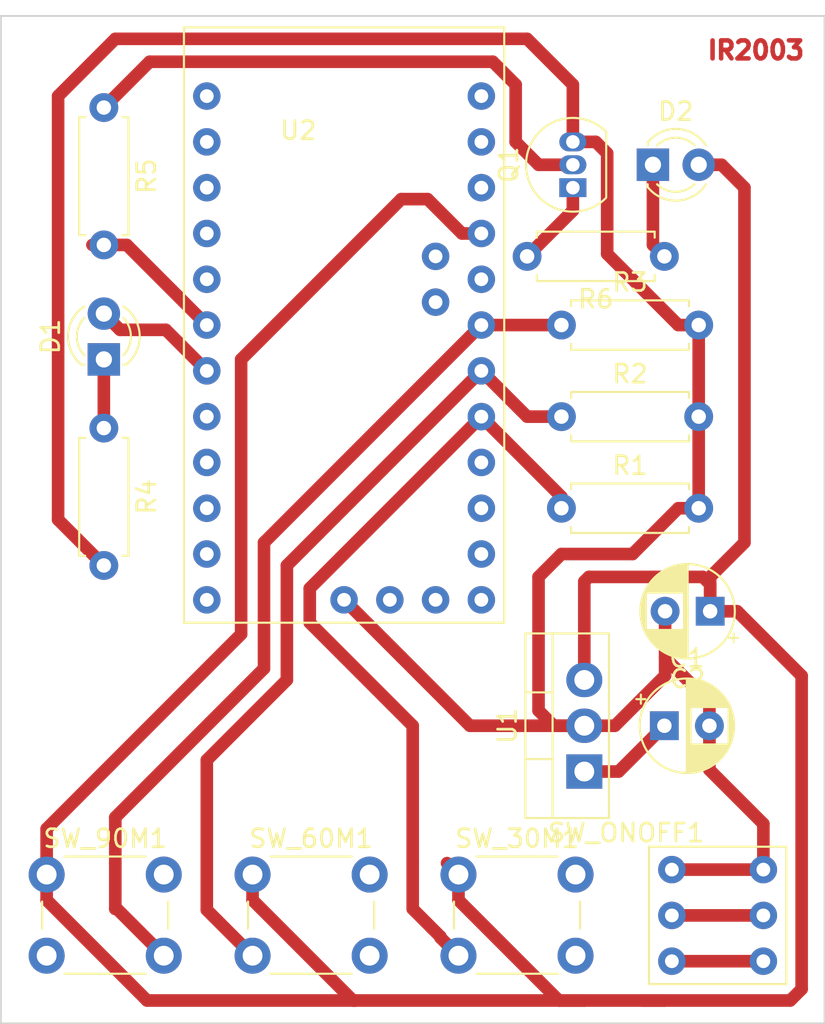
<source format=kicad_pcb>
(kicad_pcb (version 20171130) (host pcbnew 5.1.5-52549c5~84~ubuntu19.10.1)

  (general
    (thickness 1.6)
    (drawings 5)
    (tracks 115)
    (zones 0)
    (modules 17)
    (nets 15)
  )

  (page A4)
  (layers
    (0 F.Cu signal)
    (31 B.Cu signal)
    (32 B.Adhes user)
    (33 F.Adhes user)
    (34 B.Paste user)
    (35 F.Paste user)
    (36 B.SilkS user)
    (37 F.SilkS user)
    (38 B.Mask user)
    (39 F.Mask user)
    (40 Dwgs.User user)
    (41 Cmts.User user)
    (42 Eco1.User user)
    (43 Eco2.User user)
    (44 Edge.Cuts user)
    (45 Margin user)
    (46 B.CrtYd user)
    (47 F.CrtYd user)
    (48 B.Fab user)
    (49 F.Fab user)
  )

  (setup
    (last_trace_width 0.7)
    (user_trace_width 0.35)
    (trace_clearance 0.2)
    (zone_clearance 0.508)
    (zone_45_only no)
    (trace_min 0.2)
    (via_size 0.8)
    (via_drill 0.4)
    (via_min_size 0.4)
    (via_min_drill 0.3)
    (uvia_size 0.3)
    (uvia_drill 0.1)
    (uvias_allowed no)
    (uvia_min_size 0.2)
    (uvia_min_drill 0.1)
    (edge_width 0.05)
    (segment_width 0.2)
    (pcb_text_width 0.3)
    (pcb_text_size 1.5 1.5)
    (mod_edge_width 0.12)
    (mod_text_size 1 1)
    (mod_text_width 0.15)
    (pad_size 1.524 1.524)
    (pad_drill 0.762)
    (pad_to_mask_clearance 0.051)
    (solder_mask_min_width 0.25)
    (aux_axis_origin 0 0)
    (visible_elements FFFFFF7F)
    (pcbplotparams
      (layerselection 0x010fc_ffffffff)
      (usegerberextensions false)
      (usegerberattributes false)
      (usegerberadvancedattributes false)
      (creategerberjobfile true)
      (excludeedgelayer true)
      (linewidth 0.100000)
      (plotframeref false)
      (viasonmask false)
      (mode 1)
      (useauxorigin false)
      (hpglpennumber 1)
      (hpglpenspeed 20)
      (hpglpendiameter 15.000000)
      (psnegative false)
      (psa4output false)
      (plotreference true)
      (plotvalue true)
      (plotinvisibletext false)
      (padsonsilk false)
      (subtractmaskfromsilk false)
      (outputformat 1)
      (mirror false)
      (drillshape 0)
      (scaleselection 1)
      (outputdirectory "ir-generator-v1.0.0/"))
  )

  (net 0 "")
  (net 1 "Net-(C1-Pad2)")
  (net 2 +9V)
  (net 3 "Net-(C2-Pad1)")
  (net 4 "Net-(D1-Pad2)")
  (net 5 "Net-(D1-Pad1)")
  (net 6 "Net-(D2-Pad1)")
  (net 7 "Net-(Q1-Pad1)")
  (net 8 "Net-(Q1-Pad2)")
  (net 9 "Net-(R1-Pad1)")
  (net 10 "Net-(R2-Pad1)")
  (net 11 "Net-(R3-Pad1)")
  (net 12 "Net-(R5-Pad2)")
  (net 13 "Net-(SW_ONOFF1-Pad3)")
  (net 14 GND)

  (net_class Default "This is the default net class."
    (clearance 0.2)
    (trace_width 0.7)
    (via_dia 0.8)
    (via_drill 0.4)
    (uvia_dia 0.3)
    (uvia_drill 0.1)
    (add_net +9V)
    (add_net GND)
    (add_net "Net-(C1-Pad2)")
    (add_net "Net-(C2-Pad1)")
    (add_net "Net-(D1-Pad1)")
    (add_net "Net-(D1-Pad2)")
    (add_net "Net-(D2-Pad1)")
    (add_net "Net-(Q1-Pad1)")
    (add_net "Net-(Q1-Pad2)")
    (add_net "Net-(R1-Pad1)")
    (add_net "Net-(R2-Pad1)")
    (add_net "Net-(R3-Pad1)")
    (add_net "Net-(R5-Pad2)")
    (add_net "Net-(SW_ONOFF1-Pad3)")
  )

  (module Button_Switch_THT:SW_PUSH_6mm (layer F.Cu) (tedit 5A02FE31) (tstamp 5E782271)
    (at 41.91 71.755)
    (descr https://www.omron.com/ecb/products/pdf/en-b3f.pdf)
    (tags "tact sw push 6mm")
    (path /5E76888E)
    (fp_text reference SW_30M1 (at 3.25 -2) (layer F.SilkS)
      (effects (font (size 1 1) (thickness 0.15)))
    )
    (fp_text value SW_DIP_x01 (at 3.75 6.7) (layer F.Fab)
      (effects (font (size 1 1) (thickness 0.15)))
    )
    (fp_circle (center 3.25 2.25) (end 1.25 2.5) (layer F.Fab) (width 0.1))
    (fp_line (start 6.75 3) (end 6.75 1.5) (layer F.SilkS) (width 0.12))
    (fp_line (start 5.5 -1) (end 1 -1) (layer F.SilkS) (width 0.12))
    (fp_line (start -0.25 1.5) (end -0.25 3) (layer F.SilkS) (width 0.12))
    (fp_line (start 1 5.5) (end 5.5 5.5) (layer F.SilkS) (width 0.12))
    (fp_line (start 8 -1.25) (end 8 5.75) (layer F.CrtYd) (width 0.05))
    (fp_line (start 7.75 6) (end -1.25 6) (layer F.CrtYd) (width 0.05))
    (fp_line (start -1.5 5.75) (end -1.5 -1.25) (layer F.CrtYd) (width 0.05))
    (fp_line (start -1.25 -1.5) (end 7.75 -1.5) (layer F.CrtYd) (width 0.05))
    (fp_line (start -1.5 6) (end -1.25 6) (layer F.CrtYd) (width 0.05))
    (fp_line (start -1.5 5.75) (end -1.5 6) (layer F.CrtYd) (width 0.05))
    (fp_line (start -1.5 -1.5) (end -1.25 -1.5) (layer F.CrtYd) (width 0.05))
    (fp_line (start -1.5 -1.25) (end -1.5 -1.5) (layer F.CrtYd) (width 0.05))
    (fp_line (start 8 -1.5) (end 8 -1.25) (layer F.CrtYd) (width 0.05))
    (fp_line (start 7.75 -1.5) (end 8 -1.5) (layer F.CrtYd) (width 0.05))
    (fp_line (start 8 6) (end 8 5.75) (layer F.CrtYd) (width 0.05))
    (fp_line (start 7.75 6) (end 8 6) (layer F.CrtYd) (width 0.05))
    (fp_line (start 0.25 -0.75) (end 3.25 -0.75) (layer F.Fab) (width 0.1))
    (fp_line (start 0.25 5.25) (end 0.25 -0.75) (layer F.Fab) (width 0.1))
    (fp_line (start 6.25 5.25) (end 0.25 5.25) (layer F.Fab) (width 0.1))
    (fp_line (start 6.25 -0.75) (end 6.25 5.25) (layer F.Fab) (width 0.1))
    (fp_line (start 3.25 -0.75) (end 6.25 -0.75) (layer F.Fab) (width 0.1))
    (fp_text user %R (at 3.25 2.25) (layer F.Fab)
      (effects (font (size 1 1) (thickness 0.15)))
    )
    (pad 1 thru_hole circle (at 6.5 0 90) (size 2 2) (drill 1.1) (layers *.Cu *.Mask)
      (net 3 "Net-(C2-Pad1)"))
    (pad 2 thru_hole circle (at 6.5 4.5 90) (size 2 2) (drill 1.1) (layers *.Cu *.Mask)
      (net 9 "Net-(R1-Pad1)"))
    (pad 1 thru_hole circle (at 0 0 90) (size 2 2) (drill 1.1) (layers *.Cu *.Mask)
      (net 3 "Net-(C2-Pad1)"))
    (pad 2 thru_hole circle (at 0 4.5 90) (size 2 2) (drill 1.1) (layers *.Cu *.Mask)
      (net 9 "Net-(R1-Pad1)"))
    (model ${KISYS3DMOD}/Button_Switch_THT.3dshapes/SW_PUSH_6mm.wrl
      (at (xyz 0 0 0))
      (scale (xyz 1 1 1))
      (rotate (xyz 0 0 0))
    )
  )

  (module Own_definitions:Button_Switch_2x3_2.54mm (layer F.Cu) (tedit 5E7BBEDC) (tstamp 5E7C5390)
    (at 51.215 68.94)
    (path /5E826B63)
    (fp_text reference SW_ONOFF1 (at 0 0.5) (layer F.SilkS)
      (effects (font (size 1 1) (thickness 0.15)))
    )
    (fp_text value SW_DPDT_x2 (at 0 -0.5) (layer F.Fab)
      (effects (font (size 1 1) (thickness 0.15)))
    )
    (fp_line (start 1.27 8.89) (end 1.27 1.27) (layer F.SilkS) (width 0.12))
    (fp_line (start 8.89 8.89) (end 1.27 8.89) (layer F.SilkS) (width 0.12))
    (fp_line (start 8.89 1.27) (end 8.89 8.89) (layer F.SilkS) (width 0.12))
    (fp_line (start 1.27 1.27) (end 8.89 1.27) (layer F.SilkS) (width 0.12))
    (pad 3 thru_hole circle (at 7.62 7.62) (size 1.524 1.524) (drill 0.762) (layers *.Cu *.Mask)
      (net 13 "Net-(SW_ONOFF1-Pad3)"))
    (pad 2 thru_hole circle (at 7.62 5.08) (size 1.524 1.524) (drill 0.762) (layers *.Cu *.Mask)
      (net 14 GND))
    (pad 1 thru_hole circle (at 7.62 2.54) (size 1.524 1.524) (drill 0.762) (layers *.Cu *.Mask)
      (net 1 "Net-(C1-Pad2)"))
    (pad 3 thru_hole circle (at 2.54 7.62) (size 1.524 1.524) (drill 0.762) (layers *.Cu *.Mask)
      (net 13 "Net-(SW_ONOFF1-Pad3)"))
    (pad 2 thru_hole circle (at 2.54 5.08) (size 1.524 1.524) (drill 0.762) (layers *.Cu *.Mask)
      (net 14 GND))
    (pad 1 thru_hole circle (at 2.54 2.54) (size 1.524 1.524) (drill 0.762) (layers *.Cu *.Mask)
      (net 1 "Net-(C1-Pad2)"))
  )

  (module Own_definitions:Promini (layer F.Cu) (tedit 5E371ACD) (tstamp 5E77EF50)
    (at 26.67 23.495)
    (path /5E77D753)
    (fp_text reference U2 (at 6.35 6.985) (layer F.SilkS)
      (effects (font (size 1 1) (thickness 0.15)))
    )
    (fp_text value Promini (at 6.35 4.445) (layer F.Fab)
      (effects (font (size 1 1) (thickness 0.15)))
    )
    (fp_line (start 0 34.29) (end 17.78 34.29) (layer F.SilkS) (width 0.12))
    (fp_line (start 17.78 1.27) (end 0 1.27) (layer F.SilkS) (width 0.12))
    (fp_line (start 17.78 1.27) (end 17.78 34.29) (layer F.SilkS) (width 0.12))
    (fp_line (start 0 1.27) (end 0 34.29) (layer F.SilkS) (width 0.12))
    (pad 16 thru_hole circle (at 16.51 33.02) (size 1.524 1.524) (drill 0.762) (layers *.Cu *.Mask))
    (pad 17 thru_hole circle (at 16.51 30.48) (size 1.524 1.524) (drill 0.762) (layers *.Cu *.Mask))
    (pad 18 thru_hole circle (at 16.51 27.94) (size 1.524 1.524) (drill 0.762) (layers *.Cu *.Mask))
    (pad 19 thru_hole circle (at 16.51 25.4) (size 1.524 1.524) (drill 0.762) (layers *.Cu *.Mask))
    (pad 20 thru_hole circle (at 16.51 22.86) (size 1.524 1.524) (drill 0.762) (layers *.Cu *.Mask)
      (net 9 "Net-(R1-Pad1)"))
    (pad 21 thru_hole circle (at 16.51 20.32) (size 1.524 1.524) (drill 0.762) (layers *.Cu *.Mask)
      (net 10 "Net-(R2-Pad1)"))
    (pad 22 thru_hole circle (at 16.51 17.78) (size 1.524 1.524) (drill 0.762) (layers *.Cu *.Mask)
      (net 11 "Net-(R3-Pad1)"))
    (pad 23 thru_hole circle (at 16.51 15.24) (size 1.524 1.524) (drill 0.762) (layers *.Cu *.Mask))
    (pad 24 thru_hole circle (at 16.51 12.7) (size 1.524 1.524) (drill 0.762) (layers *.Cu *.Mask)
      (net 3 "Net-(C2-Pad1)"))
    (pad 25 thru_hole circle (at 16.51 10.16) (size 1.524 1.524) (drill 0.762) (layers *.Cu *.Mask))
    (pad 26 thru_hole circle (at 16.51 7.62) (size 1.524 1.524) (drill 0.762) (layers *.Cu *.Mask))
    (pad 27 thru_hole circle (at 16.51 5.08) (size 1.524 1.524) (drill 0.762) (layers *.Cu *.Mask))
    (pad 15 thru_hole circle (at 13.97 33.02) (size 1.524 1.524) (drill 0.762) (layers *.Cu *.Mask))
    (pad 14 thru_hole circle (at 11.43 33.02) (size 1.524 1.524) (drill 0.762) (layers *.Cu *.Mask))
    (pad 13 thru_hole circle (at 8.89 33.02) (size 1.524 1.524) (drill 0.762) (layers *.Cu *.Mask)
      (net 1 "Net-(C1-Pad2)"))
    (pad 12 thru_hole circle (at 1.27 33.02) (size 1.524 1.524) (drill 0.762) (layers *.Cu *.Mask))
    (pad 11 thru_hole circle (at 1.27 30.48) (size 1.524 1.524) (drill 0.762) (layers *.Cu *.Mask))
    (pad 10 thru_hole circle (at 1.27 27.94) (size 1.524 1.524) (drill 0.762) (layers *.Cu *.Mask))
    (pad 9 thru_hole circle (at 1.27 25.4) (size 1.524 1.524) (drill 0.762) (layers *.Cu *.Mask))
    (pad 8 thru_hole circle (at 1.27 22.86) (size 1.524 1.524) (drill 0.762) (layers *.Cu *.Mask))
    (pad 7 thru_hole circle (at 1.27 20.32) (size 1.524 1.524) (drill 0.762) (layers *.Cu *.Mask)
      (net 4 "Net-(D1-Pad2)"))
    (pad 6 thru_hole circle (at 1.27 17.78) (size 1.524 1.524) (drill 0.762) (layers *.Cu *.Mask)
      (net 12 "Net-(R5-Pad2)"))
    (pad 5 thru_hole circle (at 1.27 15.24) (size 1.524 1.524) (drill 0.762) (layers *.Cu *.Mask))
    (pad 4 thru_hole circle (at 1.27 12.7) (size 1.524 1.524) (drill 0.762) (layers *.Cu *.Mask))
    (pad 3 thru_hole circle (at 1.27 10.16) (size 1.524 1.524) (drill 0.762) (layers *.Cu *.Mask))
    (pad 2 thru_hole circle (at 1.27 7.62) (size 1.524 1.524) (drill 0.762) (layers *.Cu *.Mask))
    (pad 1 thru_hole circle (at 1.27 5.08) (size 1.524 1.524) (drill 0.762) (layers *.Cu *.Mask))
    (pad 28 thru_hole circle (at 13.97 16.51) (size 1.524 1.524) (drill 0.762) (layers *.Cu *.Mask))
    (pad 29 thru_hole circle (at 13.97 13.97) (size 1.524 1.524) (drill 0.762) (layers *.Cu *.Mask))
  )

  (module Package_TO_SOT_THT:TO-220-3_Vertical (layer F.Cu) (tedit 5AC8BA0D) (tstamp 5E77EF2B)
    (at 48.895 66.04 90)
    (descr "TO-220-3, Vertical, RM 2.54mm, see https://www.vishay.com/docs/66542/to-220-1.pdf")
    (tags "TO-220-3 Vertical RM 2.54mm")
    (path /5E7746C0)
    (fp_text reference U1 (at 2.54 -4.27 90) (layer F.SilkS)
      (effects (font (size 1 1) (thickness 0.15)))
    )
    (fp_text value LM7805_TO220 (at 2.54 2.5 90) (layer F.Fab)
      (effects (font (size 1 1) (thickness 0.15)))
    )
    (fp_text user %R (at 2.54 -4.27 90) (layer F.Fab)
      (effects (font (size 1 1) (thickness 0.15)))
    )
    (fp_line (start 7.79 -3.4) (end -2.71 -3.4) (layer F.CrtYd) (width 0.05))
    (fp_line (start 7.79 1.51) (end 7.79 -3.4) (layer F.CrtYd) (width 0.05))
    (fp_line (start -2.71 1.51) (end 7.79 1.51) (layer F.CrtYd) (width 0.05))
    (fp_line (start -2.71 -3.4) (end -2.71 1.51) (layer F.CrtYd) (width 0.05))
    (fp_line (start 4.391 -3.27) (end 4.391 -1.76) (layer F.SilkS) (width 0.12))
    (fp_line (start 0.69 -3.27) (end 0.69 -1.76) (layer F.SilkS) (width 0.12))
    (fp_line (start -2.58 -1.76) (end 7.66 -1.76) (layer F.SilkS) (width 0.12))
    (fp_line (start 7.66 -3.27) (end 7.66 1.371) (layer F.SilkS) (width 0.12))
    (fp_line (start -2.58 -3.27) (end -2.58 1.371) (layer F.SilkS) (width 0.12))
    (fp_line (start -2.58 1.371) (end 7.66 1.371) (layer F.SilkS) (width 0.12))
    (fp_line (start -2.58 -3.27) (end 7.66 -3.27) (layer F.SilkS) (width 0.12))
    (fp_line (start 4.39 -3.15) (end 4.39 -1.88) (layer F.Fab) (width 0.1))
    (fp_line (start 0.69 -3.15) (end 0.69 -1.88) (layer F.Fab) (width 0.1))
    (fp_line (start -2.46 -1.88) (end 7.54 -1.88) (layer F.Fab) (width 0.1))
    (fp_line (start 7.54 -3.15) (end -2.46 -3.15) (layer F.Fab) (width 0.1))
    (fp_line (start 7.54 1.25) (end 7.54 -3.15) (layer F.Fab) (width 0.1))
    (fp_line (start -2.46 1.25) (end 7.54 1.25) (layer F.Fab) (width 0.1))
    (fp_line (start -2.46 -3.15) (end -2.46 1.25) (layer F.Fab) (width 0.1))
    (pad 3 thru_hole oval (at 5.08 0 90) (size 1.905 2) (drill 1.1) (layers *.Cu *.Mask)
      (net 3 "Net-(C2-Pad1)"))
    (pad 2 thru_hole oval (at 2.54 0 90) (size 1.905 2) (drill 1.1) (layers *.Cu *.Mask)
      (net 1 "Net-(C1-Pad2)"))
    (pad 1 thru_hole rect (at 0 0 90) (size 1.905 2) (drill 1.1) (layers *.Cu *.Mask)
      (net 2 +9V))
    (model ${KISYS3DMOD}/Package_TO_SOT_THT.3dshapes/TO-220-3_Vertical.wrl
      (at (xyz 0 0 0))
      (scale (xyz 1 1 1))
      (rotate (xyz 0 0 0))
    )
  )

  (module Button_Switch_THT:SW_PUSH_6mm (layer F.Cu) (tedit 5A02FE31) (tstamp 5E781DEC)
    (at 19.05 71.755)
    (descr https://www.omron.com/ecb/products/pdf/en-b3f.pdf)
    (tags "tact sw push 6mm")
    (path /5E7670EF)
    (fp_text reference SW_90M1 (at 3.25 -2) (layer F.SilkS)
      (effects (font (size 1 1) (thickness 0.15)))
    )
    (fp_text value SW_DIP_x01 (at 3.75 6.7) (layer F.Fab)
      (effects (font (size 1 1) (thickness 0.15)))
    )
    (fp_circle (center 3.25 2.25) (end 1.25 2.5) (layer F.Fab) (width 0.1))
    (fp_line (start 6.75 3) (end 6.75 1.5) (layer F.SilkS) (width 0.12))
    (fp_line (start 5.5 -1) (end 1 -1) (layer F.SilkS) (width 0.12))
    (fp_line (start -0.25 1.5) (end -0.25 3) (layer F.SilkS) (width 0.12))
    (fp_line (start 1 5.5) (end 5.5 5.5) (layer F.SilkS) (width 0.12))
    (fp_line (start 8 -1.25) (end 8 5.75) (layer F.CrtYd) (width 0.05))
    (fp_line (start 7.75 6) (end -1.25 6) (layer F.CrtYd) (width 0.05))
    (fp_line (start -1.5 5.75) (end -1.5 -1.25) (layer F.CrtYd) (width 0.05))
    (fp_line (start -1.25 -1.5) (end 7.75 -1.5) (layer F.CrtYd) (width 0.05))
    (fp_line (start -1.5 6) (end -1.25 6) (layer F.CrtYd) (width 0.05))
    (fp_line (start -1.5 5.75) (end -1.5 6) (layer F.CrtYd) (width 0.05))
    (fp_line (start -1.5 -1.5) (end -1.25 -1.5) (layer F.CrtYd) (width 0.05))
    (fp_line (start -1.5 -1.25) (end -1.5 -1.5) (layer F.CrtYd) (width 0.05))
    (fp_line (start 8 -1.5) (end 8 -1.25) (layer F.CrtYd) (width 0.05))
    (fp_line (start 7.75 -1.5) (end 8 -1.5) (layer F.CrtYd) (width 0.05))
    (fp_line (start 8 6) (end 8 5.75) (layer F.CrtYd) (width 0.05))
    (fp_line (start 7.75 6) (end 8 6) (layer F.CrtYd) (width 0.05))
    (fp_line (start 0.25 -0.75) (end 3.25 -0.75) (layer F.Fab) (width 0.1))
    (fp_line (start 0.25 5.25) (end 0.25 -0.75) (layer F.Fab) (width 0.1))
    (fp_line (start 6.25 5.25) (end 0.25 5.25) (layer F.Fab) (width 0.1))
    (fp_line (start 6.25 -0.75) (end 6.25 5.25) (layer F.Fab) (width 0.1))
    (fp_line (start 3.25 -0.75) (end 6.25 -0.75) (layer F.Fab) (width 0.1))
    (fp_text user %R (at 3.25 2.25) (layer F.Fab)
      (effects (font (size 1 1) (thickness 0.15)))
    )
    (pad 1 thru_hole circle (at 6.5 0 90) (size 2 2) (drill 1.1) (layers *.Cu *.Mask)
      (net 3 "Net-(C2-Pad1)"))
    (pad 2 thru_hole circle (at 6.5 4.5 90) (size 2 2) (drill 1.1) (layers *.Cu *.Mask)
      (net 11 "Net-(R3-Pad1)"))
    (pad 1 thru_hole circle (at 0 0 90) (size 2 2) (drill 1.1) (layers *.Cu *.Mask)
      (net 3 "Net-(C2-Pad1)"))
    (pad 2 thru_hole circle (at 0 4.5 90) (size 2 2) (drill 1.1) (layers *.Cu *.Mask)
      (net 11 "Net-(R3-Pad1)"))
    (model ${KISYS3DMOD}/Button_Switch_THT.3dshapes/SW_PUSH_6mm.wrl
      (at (xyz 0 0 0))
      (scale (xyz 1 1 1))
      (rotate (xyz 0 0 0))
    )
  )

  (module Button_Switch_THT:SW_PUSH_6mm (layer F.Cu) (tedit 5A02FE31) (tstamp 5E77EEF2)
    (at 30.48 71.755)
    (descr https://www.omron.com/ecb/products/pdf/en-b3f.pdf)
    (tags "tact sw push 6mm")
    (path /5E768480)
    (fp_text reference SW_60M1 (at 3.25 -2) (layer F.SilkS)
      (effects (font (size 1 1) (thickness 0.15)))
    )
    (fp_text value SW_DIP_x01 (at 3.75 6.7) (layer F.Fab)
      (effects (font (size 1 1) (thickness 0.15)))
    )
    (fp_circle (center 3.25 2.25) (end 1.25 2.5) (layer F.Fab) (width 0.1))
    (fp_line (start 6.75 3) (end 6.75 1.5) (layer F.SilkS) (width 0.12))
    (fp_line (start 5.5 -1) (end 1 -1) (layer F.SilkS) (width 0.12))
    (fp_line (start -0.25 1.5) (end -0.25 3) (layer F.SilkS) (width 0.12))
    (fp_line (start 1 5.5) (end 5.5 5.5) (layer F.SilkS) (width 0.12))
    (fp_line (start 8 -1.25) (end 8 5.75) (layer F.CrtYd) (width 0.05))
    (fp_line (start 7.75 6) (end -1.25 6) (layer F.CrtYd) (width 0.05))
    (fp_line (start -1.5 5.75) (end -1.5 -1.25) (layer F.CrtYd) (width 0.05))
    (fp_line (start -1.25 -1.5) (end 7.75 -1.5) (layer F.CrtYd) (width 0.05))
    (fp_line (start -1.5 6) (end -1.25 6) (layer F.CrtYd) (width 0.05))
    (fp_line (start -1.5 5.75) (end -1.5 6) (layer F.CrtYd) (width 0.05))
    (fp_line (start -1.5 -1.5) (end -1.25 -1.5) (layer F.CrtYd) (width 0.05))
    (fp_line (start -1.5 -1.25) (end -1.5 -1.5) (layer F.CrtYd) (width 0.05))
    (fp_line (start 8 -1.5) (end 8 -1.25) (layer F.CrtYd) (width 0.05))
    (fp_line (start 7.75 -1.5) (end 8 -1.5) (layer F.CrtYd) (width 0.05))
    (fp_line (start 8 6) (end 8 5.75) (layer F.CrtYd) (width 0.05))
    (fp_line (start 7.75 6) (end 8 6) (layer F.CrtYd) (width 0.05))
    (fp_line (start 0.25 -0.75) (end 3.25 -0.75) (layer F.Fab) (width 0.1))
    (fp_line (start 0.25 5.25) (end 0.25 -0.75) (layer F.Fab) (width 0.1))
    (fp_line (start 6.25 5.25) (end 0.25 5.25) (layer F.Fab) (width 0.1))
    (fp_line (start 6.25 -0.75) (end 6.25 5.25) (layer F.Fab) (width 0.1))
    (fp_line (start 3.25 -0.75) (end 6.25 -0.75) (layer F.Fab) (width 0.1))
    (fp_text user %R (at 3.25 2.25) (layer F.Fab)
      (effects (font (size 1 1) (thickness 0.15)))
    )
    (pad 1 thru_hole circle (at 6.5 0 90) (size 2 2) (drill 1.1) (layers *.Cu *.Mask)
      (net 3 "Net-(C2-Pad1)"))
    (pad 2 thru_hole circle (at 6.5 4.5 90) (size 2 2) (drill 1.1) (layers *.Cu *.Mask)
      (net 10 "Net-(R2-Pad1)"))
    (pad 1 thru_hole circle (at 0 0 90) (size 2 2) (drill 1.1) (layers *.Cu *.Mask)
      (net 3 "Net-(C2-Pad1)"))
    (pad 2 thru_hole circle (at 0 4.5 90) (size 2 2) (drill 1.1) (layers *.Cu *.Mask)
      (net 10 "Net-(R2-Pad1)"))
    (model ${KISYS3DMOD}/Button_Switch_THT.3dshapes/SW_PUSH_6mm.wrl
      (at (xyz 0 0 0))
      (scale (xyz 1 1 1))
      (rotate (xyz 0 0 0))
    )
  )

  (module Resistor_THT:R_Axial_DIN0207_L6.3mm_D2.5mm_P7.62mm_Horizontal (layer F.Cu) (tedit 5AE5139B) (tstamp 5E7C5B70)
    (at 53.34 37.465 180)
    (descr "Resistor, Axial_DIN0207 series, Axial, Horizontal, pin pitch=7.62mm, 0.25W = 1/4W, length*diameter=6.3*2.5mm^2, http://cdn-reichelt.de/documents/datenblatt/B400/1_4W%23YAG.pdf")
    (tags "Resistor Axial_DIN0207 series Axial Horizontal pin pitch 7.62mm 0.25W = 1/4W length 6.3mm diameter 2.5mm")
    (path /5E7B681D)
    (fp_text reference R6 (at 3.81 -2.37) (layer F.SilkS)
      (effects (font (size 1 1) (thickness 0.15)))
    )
    (fp_text value 100 (at 3.81 2.37) (layer F.Fab)
      (effects (font (size 1 1) (thickness 0.15)))
    )
    (fp_text user %R (at 3.81 0) (layer F.Fab)
      (effects (font (size 1 1) (thickness 0.15)))
    )
    (fp_line (start 8.67 -1.5) (end -1.05 -1.5) (layer F.CrtYd) (width 0.05))
    (fp_line (start 8.67 1.5) (end 8.67 -1.5) (layer F.CrtYd) (width 0.05))
    (fp_line (start -1.05 1.5) (end 8.67 1.5) (layer F.CrtYd) (width 0.05))
    (fp_line (start -1.05 -1.5) (end -1.05 1.5) (layer F.CrtYd) (width 0.05))
    (fp_line (start 7.08 1.37) (end 7.08 1.04) (layer F.SilkS) (width 0.12))
    (fp_line (start 0.54 1.37) (end 7.08 1.37) (layer F.SilkS) (width 0.12))
    (fp_line (start 0.54 1.04) (end 0.54 1.37) (layer F.SilkS) (width 0.12))
    (fp_line (start 7.08 -1.37) (end 7.08 -1.04) (layer F.SilkS) (width 0.12))
    (fp_line (start 0.54 -1.37) (end 7.08 -1.37) (layer F.SilkS) (width 0.12))
    (fp_line (start 0.54 -1.04) (end 0.54 -1.37) (layer F.SilkS) (width 0.12))
    (fp_line (start 7.62 0) (end 6.96 0) (layer F.Fab) (width 0.1))
    (fp_line (start 0 0) (end 0.66 0) (layer F.Fab) (width 0.1))
    (fp_line (start 6.96 -1.25) (end 0.66 -1.25) (layer F.Fab) (width 0.1))
    (fp_line (start 6.96 1.25) (end 6.96 -1.25) (layer F.Fab) (width 0.1))
    (fp_line (start 0.66 1.25) (end 6.96 1.25) (layer F.Fab) (width 0.1))
    (fp_line (start 0.66 -1.25) (end 0.66 1.25) (layer F.Fab) (width 0.1))
    (pad 2 thru_hole oval (at 7.62 0 180) (size 1.6 1.6) (drill 0.8) (layers *.Cu *.Mask)
      (net 7 "Net-(Q1-Pad1)"))
    (pad 1 thru_hole circle (at 0 0 180) (size 1.6 1.6) (drill 0.8) (layers *.Cu *.Mask)
      (net 6 "Net-(D2-Pad1)"))
    (model ${KISYS3DMOD}/Resistor_THT.3dshapes/R_Axial_DIN0207_L6.3mm_D2.5mm_P7.62mm_Horizontal.wrl
      (at (xyz 0 0 0))
      (scale (xyz 1 1 1))
      (rotate (xyz 0 0 0))
    )
  )

  (module Resistor_THT:R_Axial_DIN0207_L6.3mm_D2.5mm_P7.62mm_Horizontal (layer F.Cu) (tedit 5AE5139B) (tstamp 5E7C5948)
    (at 22.225 29.21 270)
    (descr "Resistor, Axial_DIN0207 series, Axial, Horizontal, pin pitch=7.62mm, 0.25W = 1/4W, length*diameter=6.3*2.5mm^2, http://cdn-reichelt.de/documents/datenblatt/B400/1_4W%23YAG.pdf")
    (tags "Resistor Axial_DIN0207 series Axial Horizontal pin pitch 7.62mm 0.25W = 1/4W length 6.3mm diameter 2.5mm")
    (path /5E7A5566)
    (fp_text reference R5 (at 3.81 -2.37 90) (layer F.SilkS)
      (effects (font (size 1 1) (thickness 0.15)))
    )
    (fp_text value 10k (at 3.81 2.37 90) (layer F.Fab)
      (effects (font (size 1 1) (thickness 0.15)))
    )
    (fp_text user %R (at 3.81 0 90) (layer F.Fab)
      (effects (font (size 1 1) (thickness 0.15)))
    )
    (fp_line (start 8.67 -1.5) (end -1.05 -1.5) (layer F.CrtYd) (width 0.05))
    (fp_line (start 8.67 1.5) (end 8.67 -1.5) (layer F.CrtYd) (width 0.05))
    (fp_line (start -1.05 1.5) (end 8.67 1.5) (layer F.CrtYd) (width 0.05))
    (fp_line (start -1.05 -1.5) (end -1.05 1.5) (layer F.CrtYd) (width 0.05))
    (fp_line (start 7.08 1.37) (end 7.08 1.04) (layer F.SilkS) (width 0.12))
    (fp_line (start 0.54 1.37) (end 7.08 1.37) (layer F.SilkS) (width 0.12))
    (fp_line (start 0.54 1.04) (end 0.54 1.37) (layer F.SilkS) (width 0.12))
    (fp_line (start 7.08 -1.37) (end 7.08 -1.04) (layer F.SilkS) (width 0.12))
    (fp_line (start 0.54 -1.37) (end 7.08 -1.37) (layer F.SilkS) (width 0.12))
    (fp_line (start 0.54 -1.04) (end 0.54 -1.37) (layer F.SilkS) (width 0.12))
    (fp_line (start 7.62 0) (end 6.96 0) (layer F.Fab) (width 0.1))
    (fp_line (start 0 0) (end 0.66 0) (layer F.Fab) (width 0.1))
    (fp_line (start 6.96 -1.25) (end 0.66 -1.25) (layer F.Fab) (width 0.1))
    (fp_line (start 6.96 1.25) (end 6.96 -1.25) (layer F.Fab) (width 0.1))
    (fp_line (start 0.66 1.25) (end 6.96 1.25) (layer F.Fab) (width 0.1))
    (fp_line (start 0.66 -1.25) (end 0.66 1.25) (layer F.Fab) (width 0.1))
    (pad 2 thru_hole oval (at 7.62 0 270) (size 1.6 1.6) (drill 0.8) (layers *.Cu *.Mask)
      (net 12 "Net-(R5-Pad2)"))
    (pad 1 thru_hole circle (at 0 0 270) (size 1.6 1.6) (drill 0.8) (layers *.Cu *.Mask)
      (net 8 "Net-(Q1-Pad2)"))
    (model ${KISYS3DMOD}/Resistor_THT.3dshapes/R_Axial_DIN0207_L6.3mm_D2.5mm_P7.62mm_Horizontal.wrl
      (at (xyz 0 0 0))
      (scale (xyz 1 1 1))
      (rotate (xyz 0 0 0))
    )
  )

  (module Resistor_THT:R_Axial_DIN0207_L6.3mm_D2.5mm_P7.62mm_Horizontal (layer F.Cu) (tedit 5AE5139B) (tstamp 5E7C9F59)
    (at 22.225 46.99 270)
    (descr "Resistor, Axial_DIN0207 series, Axial, Horizontal, pin pitch=7.62mm, 0.25W = 1/4W, length*diameter=6.3*2.5mm^2, http://cdn-reichelt.de/documents/datenblatt/B400/1_4W%23YAG.pdf")
    (tags "Resistor Axial_DIN0207 series Axial Horizontal pin pitch 7.62mm 0.25W = 1/4W length 6.3mm diameter 2.5mm")
    (path /5E790C04)
    (fp_text reference R4 (at 3.81 -2.37 90) (layer F.SilkS)
      (effects (font (size 1 1) (thickness 0.15)))
    )
    (fp_text value 4.6k (at 3.81 2.37 90) (layer F.Fab)
      (effects (font (size 1 1) (thickness 0.15)))
    )
    (fp_text user %R (at 3.81 0 90) (layer F.Fab)
      (effects (font (size 1 1) (thickness 0.15)))
    )
    (fp_line (start 8.67 -1.5) (end -1.05 -1.5) (layer F.CrtYd) (width 0.05))
    (fp_line (start 8.67 1.5) (end 8.67 -1.5) (layer F.CrtYd) (width 0.05))
    (fp_line (start -1.05 1.5) (end 8.67 1.5) (layer F.CrtYd) (width 0.05))
    (fp_line (start -1.05 -1.5) (end -1.05 1.5) (layer F.CrtYd) (width 0.05))
    (fp_line (start 7.08 1.37) (end 7.08 1.04) (layer F.SilkS) (width 0.12))
    (fp_line (start 0.54 1.37) (end 7.08 1.37) (layer F.SilkS) (width 0.12))
    (fp_line (start 0.54 1.04) (end 0.54 1.37) (layer F.SilkS) (width 0.12))
    (fp_line (start 7.08 -1.37) (end 7.08 -1.04) (layer F.SilkS) (width 0.12))
    (fp_line (start 0.54 -1.37) (end 7.08 -1.37) (layer F.SilkS) (width 0.12))
    (fp_line (start 0.54 -1.04) (end 0.54 -1.37) (layer F.SilkS) (width 0.12))
    (fp_line (start 7.62 0) (end 6.96 0) (layer F.Fab) (width 0.1))
    (fp_line (start 0 0) (end 0.66 0) (layer F.Fab) (width 0.1))
    (fp_line (start 6.96 -1.25) (end 0.66 -1.25) (layer F.Fab) (width 0.1))
    (fp_line (start 6.96 1.25) (end 6.96 -1.25) (layer F.Fab) (width 0.1))
    (fp_line (start 0.66 1.25) (end 6.96 1.25) (layer F.Fab) (width 0.1))
    (fp_line (start 0.66 -1.25) (end 0.66 1.25) (layer F.Fab) (width 0.1))
    (pad 2 thru_hole oval (at 7.62 0 270) (size 1.6 1.6) (drill 0.8) (layers *.Cu *.Mask)
      (net 1 "Net-(C1-Pad2)"))
    (pad 1 thru_hole circle (at 0 0 270) (size 1.6 1.6) (drill 0.8) (layers *.Cu *.Mask)
      (net 5 "Net-(D1-Pad1)"))
    (model ${KISYS3DMOD}/Resistor_THT.3dshapes/R_Axial_DIN0207_L6.3mm_D2.5mm_P7.62mm_Horizontal.wrl
      (at (xyz 0 0 0))
      (scale (xyz 1 1 1))
      (rotate (xyz 0 0 0))
    )
  )

  (module Resistor_THT:R_Axial_DIN0207_L6.3mm_D2.5mm_P7.62mm_Horizontal (layer F.Cu) (tedit 5AE5139B) (tstamp 5E77EE6F)
    (at 47.625 41.275)
    (descr "Resistor, Axial_DIN0207 series, Axial, Horizontal, pin pitch=7.62mm, 0.25W = 1/4W, length*diameter=6.3*2.5mm^2, http://cdn-reichelt.de/documents/datenblatt/B400/1_4W%23YAG.pdf")
    (tags "Resistor Axial_DIN0207 series Axial Horizontal pin pitch 7.62mm 0.25W = 1/4W length 6.3mm diameter 2.5mm")
    (path /5E785704)
    (fp_text reference R3 (at 3.81 -2.37) (layer F.SilkS)
      (effects (font (size 1 1) (thickness 0.15)))
    )
    (fp_text value 10k (at 3.81 2.37) (layer F.Fab)
      (effects (font (size 1 1) (thickness 0.15)))
    )
    (fp_text user %R (at 3.81 0) (layer F.Fab)
      (effects (font (size 1 1) (thickness 0.15)))
    )
    (fp_line (start 8.67 -1.5) (end -1.05 -1.5) (layer F.CrtYd) (width 0.05))
    (fp_line (start 8.67 1.5) (end 8.67 -1.5) (layer F.CrtYd) (width 0.05))
    (fp_line (start -1.05 1.5) (end 8.67 1.5) (layer F.CrtYd) (width 0.05))
    (fp_line (start -1.05 -1.5) (end -1.05 1.5) (layer F.CrtYd) (width 0.05))
    (fp_line (start 7.08 1.37) (end 7.08 1.04) (layer F.SilkS) (width 0.12))
    (fp_line (start 0.54 1.37) (end 7.08 1.37) (layer F.SilkS) (width 0.12))
    (fp_line (start 0.54 1.04) (end 0.54 1.37) (layer F.SilkS) (width 0.12))
    (fp_line (start 7.08 -1.37) (end 7.08 -1.04) (layer F.SilkS) (width 0.12))
    (fp_line (start 0.54 -1.37) (end 7.08 -1.37) (layer F.SilkS) (width 0.12))
    (fp_line (start 0.54 -1.04) (end 0.54 -1.37) (layer F.SilkS) (width 0.12))
    (fp_line (start 7.62 0) (end 6.96 0) (layer F.Fab) (width 0.1))
    (fp_line (start 0 0) (end 0.66 0) (layer F.Fab) (width 0.1))
    (fp_line (start 6.96 -1.25) (end 0.66 -1.25) (layer F.Fab) (width 0.1))
    (fp_line (start 6.96 1.25) (end 6.96 -1.25) (layer F.Fab) (width 0.1))
    (fp_line (start 0.66 1.25) (end 6.96 1.25) (layer F.Fab) (width 0.1))
    (fp_line (start 0.66 -1.25) (end 0.66 1.25) (layer F.Fab) (width 0.1))
    (pad 2 thru_hole oval (at 7.62 0) (size 1.6 1.6) (drill 0.8) (layers *.Cu *.Mask)
      (net 1 "Net-(C1-Pad2)"))
    (pad 1 thru_hole circle (at 0 0) (size 1.6 1.6) (drill 0.8) (layers *.Cu *.Mask)
      (net 11 "Net-(R3-Pad1)"))
    (model ${KISYS3DMOD}/Resistor_THT.3dshapes/R_Axial_DIN0207_L6.3mm_D2.5mm_P7.62mm_Horizontal.wrl
      (at (xyz 0 0 0))
      (scale (xyz 1 1 1))
      (rotate (xyz 0 0 0))
    )
  )

  (module Resistor_THT:R_Axial_DIN0207_L6.3mm_D2.5mm_P7.62mm_Horizontal (layer F.Cu) (tedit 5AE5139B) (tstamp 5E7C7757)
    (at 47.625 46.355)
    (descr "Resistor, Axial_DIN0207 series, Axial, Horizontal, pin pitch=7.62mm, 0.25W = 1/4W, length*diameter=6.3*2.5mm^2, http://cdn-reichelt.de/documents/datenblatt/B400/1_4W%23YAG.pdf")
    (tags "Resistor Axial_DIN0207 series Axial Horizontal pin pitch 7.62mm 0.25W = 1/4W length 6.3mm diameter 2.5mm")
    (path /5E78545F)
    (fp_text reference R2 (at 3.81 -2.37) (layer F.SilkS)
      (effects (font (size 1 1) (thickness 0.15)))
    )
    (fp_text value 10k (at 3.81 2.37) (layer F.Fab)
      (effects (font (size 1 1) (thickness 0.15)))
    )
    (fp_text user %R (at 3.81 0) (layer F.Fab)
      (effects (font (size 1 1) (thickness 0.15)))
    )
    (fp_line (start 8.67 -1.5) (end -1.05 -1.5) (layer F.CrtYd) (width 0.05))
    (fp_line (start 8.67 1.5) (end 8.67 -1.5) (layer F.CrtYd) (width 0.05))
    (fp_line (start -1.05 1.5) (end 8.67 1.5) (layer F.CrtYd) (width 0.05))
    (fp_line (start -1.05 -1.5) (end -1.05 1.5) (layer F.CrtYd) (width 0.05))
    (fp_line (start 7.08 1.37) (end 7.08 1.04) (layer F.SilkS) (width 0.12))
    (fp_line (start 0.54 1.37) (end 7.08 1.37) (layer F.SilkS) (width 0.12))
    (fp_line (start 0.54 1.04) (end 0.54 1.37) (layer F.SilkS) (width 0.12))
    (fp_line (start 7.08 -1.37) (end 7.08 -1.04) (layer F.SilkS) (width 0.12))
    (fp_line (start 0.54 -1.37) (end 7.08 -1.37) (layer F.SilkS) (width 0.12))
    (fp_line (start 0.54 -1.04) (end 0.54 -1.37) (layer F.SilkS) (width 0.12))
    (fp_line (start 7.62 0) (end 6.96 0) (layer F.Fab) (width 0.1))
    (fp_line (start 0 0) (end 0.66 0) (layer F.Fab) (width 0.1))
    (fp_line (start 6.96 -1.25) (end 0.66 -1.25) (layer F.Fab) (width 0.1))
    (fp_line (start 6.96 1.25) (end 6.96 -1.25) (layer F.Fab) (width 0.1))
    (fp_line (start 0.66 1.25) (end 6.96 1.25) (layer F.Fab) (width 0.1))
    (fp_line (start 0.66 -1.25) (end 0.66 1.25) (layer F.Fab) (width 0.1))
    (pad 2 thru_hole oval (at 7.62 0) (size 1.6 1.6) (drill 0.8) (layers *.Cu *.Mask)
      (net 1 "Net-(C1-Pad2)"))
    (pad 1 thru_hole circle (at 0 0) (size 1.6 1.6) (drill 0.8) (layers *.Cu *.Mask)
      (net 10 "Net-(R2-Pad1)"))
    (model ${KISYS3DMOD}/Resistor_THT.3dshapes/R_Axial_DIN0207_L6.3mm_D2.5mm_P7.62mm_Horizontal.wrl
      (at (xyz 0 0 0))
      (scale (xyz 1 1 1))
      (rotate (xyz 0 0 0))
    )
  )

  (module Resistor_THT:R_Axial_DIN0207_L6.3mm_D2.5mm_P7.62mm_Horizontal (layer F.Cu) (tedit 5AE5139B) (tstamp 5E7C7A97)
    (at 47.625 51.435)
    (descr "Resistor, Axial_DIN0207 series, Axial, Horizontal, pin pitch=7.62mm, 0.25W = 1/4W, length*diameter=6.3*2.5mm^2, http://cdn-reichelt.de/documents/datenblatt/B400/1_4W%23YAG.pdf")
    (tags "Resistor Axial_DIN0207 series Axial Horizontal pin pitch 7.62mm 0.25W = 1/4W length 6.3mm diameter 2.5mm")
    (path /5E784ED9)
    (fp_text reference R1 (at 3.81 -2.37) (layer F.SilkS)
      (effects (font (size 1 1) (thickness 0.15)))
    )
    (fp_text value 10k (at 3.81 2.37) (layer F.Fab)
      (effects (font (size 1 1) (thickness 0.15)))
    )
    (fp_text user %R (at 3.81 0) (layer F.Fab)
      (effects (font (size 1 1) (thickness 0.15)))
    )
    (fp_line (start 8.67 -1.5) (end -1.05 -1.5) (layer F.CrtYd) (width 0.05))
    (fp_line (start 8.67 1.5) (end 8.67 -1.5) (layer F.CrtYd) (width 0.05))
    (fp_line (start -1.05 1.5) (end 8.67 1.5) (layer F.CrtYd) (width 0.05))
    (fp_line (start -1.05 -1.5) (end -1.05 1.5) (layer F.CrtYd) (width 0.05))
    (fp_line (start 7.08 1.37) (end 7.08 1.04) (layer F.SilkS) (width 0.12))
    (fp_line (start 0.54 1.37) (end 7.08 1.37) (layer F.SilkS) (width 0.12))
    (fp_line (start 0.54 1.04) (end 0.54 1.37) (layer F.SilkS) (width 0.12))
    (fp_line (start 7.08 -1.37) (end 7.08 -1.04) (layer F.SilkS) (width 0.12))
    (fp_line (start 0.54 -1.37) (end 7.08 -1.37) (layer F.SilkS) (width 0.12))
    (fp_line (start 0.54 -1.04) (end 0.54 -1.37) (layer F.SilkS) (width 0.12))
    (fp_line (start 7.62 0) (end 6.96 0) (layer F.Fab) (width 0.1))
    (fp_line (start 0 0) (end 0.66 0) (layer F.Fab) (width 0.1))
    (fp_line (start 6.96 -1.25) (end 0.66 -1.25) (layer F.Fab) (width 0.1))
    (fp_line (start 6.96 1.25) (end 6.96 -1.25) (layer F.Fab) (width 0.1))
    (fp_line (start 0.66 1.25) (end 6.96 1.25) (layer F.Fab) (width 0.1))
    (fp_line (start 0.66 -1.25) (end 0.66 1.25) (layer F.Fab) (width 0.1))
    (pad 2 thru_hole oval (at 7.62 0) (size 1.6 1.6) (drill 0.8) (layers *.Cu *.Mask)
      (net 1 "Net-(C1-Pad2)"))
    (pad 1 thru_hole circle (at 0 0) (size 1.6 1.6) (drill 0.8) (layers *.Cu *.Mask)
      (net 9 "Net-(R1-Pad1)"))
    (model ${KISYS3DMOD}/Resistor_THT.3dshapes/R_Axial_DIN0207_L6.3mm_D2.5mm_P7.62mm_Horizontal.wrl
      (at (xyz 0 0 0))
      (scale (xyz 1 1 1))
      (rotate (xyz 0 0 0))
    )
  )

  (module Package_TO_SOT_THT:TO-92_Inline (layer F.Cu) (tedit 5A1DD157) (tstamp 5E77EE2A)
    (at 48.26 33.655 90)
    (descr "TO-92 leads in-line, narrow, oval pads, drill 0.75mm (see NXP sot054_po.pdf)")
    (tags "to-92 sc-43 sc-43a sot54 PA33 transistor")
    (path /5E79384C)
    (fp_text reference Q1 (at 1.27 -3.56 90) (layer F.SilkS)
      (effects (font (size 1 1) (thickness 0.15)))
    )
    (fp_text value BC546 (at 1.27 2.79 90) (layer F.Fab)
      (effects (font (size 1 1) (thickness 0.15)))
    )
    (fp_arc (start 1.27 0) (end 1.27 -2.6) (angle 135) (layer F.SilkS) (width 0.12))
    (fp_arc (start 1.27 0) (end 1.27 -2.48) (angle -135) (layer F.Fab) (width 0.1))
    (fp_arc (start 1.27 0) (end 1.27 -2.6) (angle -135) (layer F.SilkS) (width 0.12))
    (fp_arc (start 1.27 0) (end 1.27 -2.48) (angle 135) (layer F.Fab) (width 0.1))
    (fp_line (start 4 2.01) (end -1.46 2.01) (layer F.CrtYd) (width 0.05))
    (fp_line (start 4 2.01) (end 4 -2.73) (layer F.CrtYd) (width 0.05))
    (fp_line (start -1.46 -2.73) (end -1.46 2.01) (layer F.CrtYd) (width 0.05))
    (fp_line (start -1.46 -2.73) (end 4 -2.73) (layer F.CrtYd) (width 0.05))
    (fp_line (start -0.5 1.75) (end 3 1.75) (layer F.Fab) (width 0.1))
    (fp_line (start -0.53 1.85) (end 3.07 1.85) (layer F.SilkS) (width 0.12))
    (fp_text user %R (at 1.27 -3.56 90) (layer F.Fab)
      (effects (font (size 1 1) (thickness 0.15)))
    )
    (pad 1 thru_hole rect (at 0 0 90) (size 1.05 1.5) (drill 0.75) (layers *.Cu *.Mask)
      (net 7 "Net-(Q1-Pad1)"))
    (pad 3 thru_hole oval (at 2.54 0 90) (size 1.05 1.5) (drill 0.75) (layers *.Cu *.Mask)
      (net 1 "Net-(C1-Pad2)"))
    (pad 2 thru_hole oval (at 1.27 0 90) (size 1.05 1.5) (drill 0.75) (layers *.Cu *.Mask)
      (net 8 "Net-(Q1-Pad2)"))
    (model ${KISYS3DMOD}/Package_TO_SOT_THT.3dshapes/TO-92_Inline.wrl
      (at (xyz 0 0 0))
      (scale (xyz 1 1 1))
      (rotate (xyz 0 0 0))
    )
  )

  (module LED_THT:LED_D3.0mm (layer F.Cu) (tedit 587A3A7B) (tstamp 5E7CB341)
    (at 52.705 32.385)
    (descr "LED, diameter 3.0mm, 2 pins")
    (tags "LED diameter 3.0mm 2 pins")
    (path /5E7AA2D2)
    (fp_text reference D2 (at 1.27 -2.96) (layer F.SilkS)
      (effects (font (size 1 1) (thickness 0.15)))
    )
    (fp_text value LED (at 1.27 2.96) (layer F.Fab)
      (effects (font (size 1 1) (thickness 0.15)))
    )
    (fp_line (start 3.7 -2.25) (end -1.15 -2.25) (layer F.CrtYd) (width 0.05))
    (fp_line (start 3.7 2.25) (end 3.7 -2.25) (layer F.CrtYd) (width 0.05))
    (fp_line (start -1.15 2.25) (end 3.7 2.25) (layer F.CrtYd) (width 0.05))
    (fp_line (start -1.15 -2.25) (end -1.15 2.25) (layer F.CrtYd) (width 0.05))
    (fp_line (start -0.29 1.08) (end -0.29 1.236) (layer F.SilkS) (width 0.12))
    (fp_line (start -0.29 -1.236) (end -0.29 -1.08) (layer F.SilkS) (width 0.12))
    (fp_line (start -0.23 -1.16619) (end -0.23 1.16619) (layer F.Fab) (width 0.1))
    (fp_circle (center 1.27 0) (end 2.77 0) (layer F.Fab) (width 0.1))
    (fp_arc (start 1.27 0) (end 0.229039 1.08) (angle -87.9) (layer F.SilkS) (width 0.12))
    (fp_arc (start 1.27 0) (end 0.229039 -1.08) (angle 87.9) (layer F.SilkS) (width 0.12))
    (fp_arc (start 1.27 0) (end -0.29 1.235516) (angle -108.8) (layer F.SilkS) (width 0.12))
    (fp_arc (start 1.27 0) (end -0.29 -1.235516) (angle 108.8) (layer F.SilkS) (width 0.12))
    (fp_arc (start 1.27 0) (end -0.23 -1.16619) (angle 284.3) (layer F.Fab) (width 0.1))
    (pad 2 thru_hole circle (at 2.54 0) (size 1.8 1.8) (drill 0.9) (layers *.Cu *.Mask)
      (net 3 "Net-(C2-Pad1)"))
    (pad 1 thru_hole rect (at 0 0) (size 1.8 1.8) (drill 0.9) (layers *.Cu *.Mask)
      (net 6 "Net-(D2-Pad1)"))
    (model ${KISYS3DMOD}/LED_THT.3dshapes/LED_D3.0mm.wrl
      (at (xyz 0 0 0))
      (scale (xyz 1 1 1))
      (rotate (xyz 0 0 0))
    )
  )

  (module LED_THT:LED_D3.0mm (layer F.Cu) (tedit 587A3A7B) (tstamp 5E7C9EDC)
    (at 22.225 43.18 90)
    (descr "LED, diameter 3.0mm, 2 pins")
    (tags "LED diameter 3.0mm 2 pins")
    (path /5E78E6EC)
    (fp_text reference D1 (at 1.27 -2.96 90) (layer F.SilkS)
      (effects (font (size 1 1) (thickness 0.15)))
    )
    (fp_text value LED (at 1.27 2.96 90) (layer F.Fab)
      (effects (font (size 1 1) (thickness 0.15)))
    )
    (fp_line (start 3.7 -2.25) (end -1.15 -2.25) (layer F.CrtYd) (width 0.05))
    (fp_line (start 3.7 2.25) (end 3.7 -2.25) (layer F.CrtYd) (width 0.05))
    (fp_line (start -1.15 2.25) (end 3.7 2.25) (layer F.CrtYd) (width 0.05))
    (fp_line (start -1.15 -2.25) (end -1.15 2.25) (layer F.CrtYd) (width 0.05))
    (fp_line (start -0.29 1.08) (end -0.29 1.236) (layer F.SilkS) (width 0.12))
    (fp_line (start -0.29 -1.236) (end -0.29 -1.08) (layer F.SilkS) (width 0.12))
    (fp_line (start -0.23 -1.16619) (end -0.23 1.16619) (layer F.Fab) (width 0.1))
    (fp_circle (center 1.27 0) (end 2.77 0) (layer F.Fab) (width 0.1))
    (fp_arc (start 1.27 0) (end 0.229039 1.08) (angle -87.9) (layer F.SilkS) (width 0.12))
    (fp_arc (start 1.27 0) (end 0.229039 -1.08) (angle 87.9) (layer F.SilkS) (width 0.12))
    (fp_arc (start 1.27 0) (end -0.29 1.235516) (angle -108.8) (layer F.SilkS) (width 0.12))
    (fp_arc (start 1.27 0) (end -0.29 -1.235516) (angle 108.8) (layer F.SilkS) (width 0.12))
    (fp_arc (start 1.27 0) (end -0.23 -1.16619) (angle 284.3) (layer F.Fab) (width 0.1))
    (pad 2 thru_hole circle (at 2.54 0 90) (size 1.8 1.8) (drill 0.9) (layers *.Cu *.Mask)
      (net 4 "Net-(D1-Pad2)"))
    (pad 1 thru_hole rect (at 0 0 90) (size 1.8 1.8) (drill 0.9) (layers *.Cu *.Mask)
      (net 5 "Net-(D1-Pad1)"))
    (model ${KISYS3DMOD}/LED_THT.3dshapes/LED_D3.0mm.wrl
      (at (xyz 0 0 0))
      (scale (xyz 1 1 1))
      (rotate (xyz 0 0 0))
    )
  )

  (module Capacitor_THT:CP_Radial_D5.0mm_P2.50mm (layer F.Cu) (tedit 5AE50EF0) (tstamp 5E7CBCA4)
    (at 55.88 57.15 180)
    (descr "CP, Radial series, Radial, pin pitch=2.50mm, , diameter=5mm, Electrolytic Capacitor")
    (tags "CP Radial series Radial pin pitch 2.50mm  diameter 5mm Electrolytic Capacitor")
    (path /5E77EC72)
    (fp_text reference C2 (at 1.25 -3.75) (layer F.SilkS)
      (effects (font (size 1 1) (thickness 0.15)))
    )
    (fp_text value 0.1uF (at 1.25 3.75) (layer F.Fab)
      (effects (font (size 1 1) (thickness 0.15)))
    )
    (fp_text user %R (at 1.25 0) (layer F.Fab)
      (effects (font (size 1 1) (thickness 0.15)))
    )
    (fp_line (start -1.304775 -1.725) (end -1.304775 -1.225) (layer F.SilkS) (width 0.12))
    (fp_line (start -1.554775 -1.475) (end -1.054775 -1.475) (layer F.SilkS) (width 0.12))
    (fp_line (start 3.851 -0.284) (end 3.851 0.284) (layer F.SilkS) (width 0.12))
    (fp_line (start 3.811 -0.518) (end 3.811 0.518) (layer F.SilkS) (width 0.12))
    (fp_line (start 3.771 -0.677) (end 3.771 0.677) (layer F.SilkS) (width 0.12))
    (fp_line (start 3.731 -0.805) (end 3.731 0.805) (layer F.SilkS) (width 0.12))
    (fp_line (start 3.691 -0.915) (end 3.691 0.915) (layer F.SilkS) (width 0.12))
    (fp_line (start 3.651 -1.011) (end 3.651 1.011) (layer F.SilkS) (width 0.12))
    (fp_line (start 3.611 -1.098) (end 3.611 1.098) (layer F.SilkS) (width 0.12))
    (fp_line (start 3.571 -1.178) (end 3.571 1.178) (layer F.SilkS) (width 0.12))
    (fp_line (start 3.531 1.04) (end 3.531 1.251) (layer F.SilkS) (width 0.12))
    (fp_line (start 3.531 -1.251) (end 3.531 -1.04) (layer F.SilkS) (width 0.12))
    (fp_line (start 3.491 1.04) (end 3.491 1.319) (layer F.SilkS) (width 0.12))
    (fp_line (start 3.491 -1.319) (end 3.491 -1.04) (layer F.SilkS) (width 0.12))
    (fp_line (start 3.451 1.04) (end 3.451 1.383) (layer F.SilkS) (width 0.12))
    (fp_line (start 3.451 -1.383) (end 3.451 -1.04) (layer F.SilkS) (width 0.12))
    (fp_line (start 3.411 1.04) (end 3.411 1.443) (layer F.SilkS) (width 0.12))
    (fp_line (start 3.411 -1.443) (end 3.411 -1.04) (layer F.SilkS) (width 0.12))
    (fp_line (start 3.371 1.04) (end 3.371 1.5) (layer F.SilkS) (width 0.12))
    (fp_line (start 3.371 -1.5) (end 3.371 -1.04) (layer F.SilkS) (width 0.12))
    (fp_line (start 3.331 1.04) (end 3.331 1.554) (layer F.SilkS) (width 0.12))
    (fp_line (start 3.331 -1.554) (end 3.331 -1.04) (layer F.SilkS) (width 0.12))
    (fp_line (start 3.291 1.04) (end 3.291 1.605) (layer F.SilkS) (width 0.12))
    (fp_line (start 3.291 -1.605) (end 3.291 -1.04) (layer F.SilkS) (width 0.12))
    (fp_line (start 3.251 1.04) (end 3.251 1.653) (layer F.SilkS) (width 0.12))
    (fp_line (start 3.251 -1.653) (end 3.251 -1.04) (layer F.SilkS) (width 0.12))
    (fp_line (start 3.211 1.04) (end 3.211 1.699) (layer F.SilkS) (width 0.12))
    (fp_line (start 3.211 -1.699) (end 3.211 -1.04) (layer F.SilkS) (width 0.12))
    (fp_line (start 3.171 1.04) (end 3.171 1.743) (layer F.SilkS) (width 0.12))
    (fp_line (start 3.171 -1.743) (end 3.171 -1.04) (layer F.SilkS) (width 0.12))
    (fp_line (start 3.131 1.04) (end 3.131 1.785) (layer F.SilkS) (width 0.12))
    (fp_line (start 3.131 -1.785) (end 3.131 -1.04) (layer F.SilkS) (width 0.12))
    (fp_line (start 3.091 1.04) (end 3.091 1.826) (layer F.SilkS) (width 0.12))
    (fp_line (start 3.091 -1.826) (end 3.091 -1.04) (layer F.SilkS) (width 0.12))
    (fp_line (start 3.051 1.04) (end 3.051 1.864) (layer F.SilkS) (width 0.12))
    (fp_line (start 3.051 -1.864) (end 3.051 -1.04) (layer F.SilkS) (width 0.12))
    (fp_line (start 3.011 1.04) (end 3.011 1.901) (layer F.SilkS) (width 0.12))
    (fp_line (start 3.011 -1.901) (end 3.011 -1.04) (layer F.SilkS) (width 0.12))
    (fp_line (start 2.971 1.04) (end 2.971 1.937) (layer F.SilkS) (width 0.12))
    (fp_line (start 2.971 -1.937) (end 2.971 -1.04) (layer F.SilkS) (width 0.12))
    (fp_line (start 2.931 1.04) (end 2.931 1.971) (layer F.SilkS) (width 0.12))
    (fp_line (start 2.931 -1.971) (end 2.931 -1.04) (layer F.SilkS) (width 0.12))
    (fp_line (start 2.891 1.04) (end 2.891 2.004) (layer F.SilkS) (width 0.12))
    (fp_line (start 2.891 -2.004) (end 2.891 -1.04) (layer F.SilkS) (width 0.12))
    (fp_line (start 2.851 1.04) (end 2.851 2.035) (layer F.SilkS) (width 0.12))
    (fp_line (start 2.851 -2.035) (end 2.851 -1.04) (layer F.SilkS) (width 0.12))
    (fp_line (start 2.811 1.04) (end 2.811 2.065) (layer F.SilkS) (width 0.12))
    (fp_line (start 2.811 -2.065) (end 2.811 -1.04) (layer F.SilkS) (width 0.12))
    (fp_line (start 2.771 1.04) (end 2.771 2.095) (layer F.SilkS) (width 0.12))
    (fp_line (start 2.771 -2.095) (end 2.771 -1.04) (layer F.SilkS) (width 0.12))
    (fp_line (start 2.731 1.04) (end 2.731 2.122) (layer F.SilkS) (width 0.12))
    (fp_line (start 2.731 -2.122) (end 2.731 -1.04) (layer F.SilkS) (width 0.12))
    (fp_line (start 2.691 1.04) (end 2.691 2.149) (layer F.SilkS) (width 0.12))
    (fp_line (start 2.691 -2.149) (end 2.691 -1.04) (layer F.SilkS) (width 0.12))
    (fp_line (start 2.651 1.04) (end 2.651 2.175) (layer F.SilkS) (width 0.12))
    (fp_line (start 2.651 -2.175) (end 2.651 -1.04) (layer F.SilkS) (width 0.12))
    (fp_line (start 2.611 1.04) (end 2.611 2.2) (layer F.SilkS) (width 0.12))
    (fp_line (start 2.611 -2.2) (end 2.611 -1.04) (layer F.SilkS) (width 0.12))
    (fp_line (start 2.571 1.04) (end 2.571 2.224) (layer F.SilkS) (width 0.12))
    (fp_line (start 2.571 -2.224) (end 2.571 -1.04) (layer F.SilkS) (width 0.12))
    (fp_line (start 2.531 1.04) (end 2.531 2.247) (layer F.SilkS) (width 0.12))
    (fp_line (start 2.531 -2.247) (end 2.531 -1.04) (layer F.SilkS) (width 0.12))
    (fp_line (start 2.491 1.04) (end 2.491 2.268) (layer F.SilkS) (width 0.12))
    (fp_line (start 2.491 -2.268) (end 2.491 -1.04) (layer F.SilkS) (width 0.12))
    (fp_line (start 2.451 1.04) (end 2.451 2.29) (layer F.SilkS) (width 0.12))
    (fp_line (start 2.451 -2.29) (end 2.451 -1.04) (layer F.SilkS) (width 0.12))
    (fp_line (start 2.411 1.04) (end 2.411 2.31) (layer F.SilkS) (width 0.12))
    (fp_line (start 2.411 -2.31) (end 2.411 -1.04) (layer F.SilkS) (width 0.12))
    (fp_line (start 2.371 1.04) (end 2.371 2.329) (layer F.SilkS) (width 0.12))
    (fp_line (start 2.371 -2.329) (end 2.371 -1.04) (layer F.SilkS) (width 0.12))
    (fp_line (start 2.331 1.04) (end 2.331 2.348) (layer F.SilkS) (width 0.12))
    (fp_line (start 2.331 -2.348) (end 2.331 -1.04) (layer F.SilkS) (width 0.12))
    (fp_line (start 2.291 1.04) (end 2.291 2.365) (layer F.SilkS) (width 0.12))
    (fp_line (start 2.291 -2.365) (end 2.291 -1.04) (layer F.SilkS) (width 0.12))
    (fp_line (start 2.251 1.04) (end 2.251 2.382) (layer F.SilkS) (width 0.12))
    (fp_line (start 2.251 -2.382) (end 2.251 -1.04) (layer F.SilkS) (width 0.12))
    (fp_line (start 2.211 1.04) (end 2.211 2.398) (layer F.SilkS) (width 0.12))
    (fp_line (start 2.211 -2.398) (end 2.211 -1.04) (layer F.SilkS) (width 0.12))
    (fp_line (start 2.171 1.04) (end 2.171 2.414) (layer F.SilkS) (width 0.12))
    (fp_line (start 2.171 -2.414) (end 2.171 -1.04) (layer F.SilkS) (width 0.12))
    (fp_line (start 2.131 1.04) (end 2.131 2.428) (layer F.SilkS) (width 0.12))
    (fp_line (start 2.131 -2.428) (end 2.131 -1.04) (layer F.SilkS) (width 0.12))
    (fp_line (start 2.091 1.04) (end 2.091 2.442) (layer F.SilkS) (width 0.12))
    (fp_line (start 2.091 -2.442) (end 2.091 -1.04) (layer F.SilkS) (width 0.12))
    (fp_line (start 2.051 1.04) (end 2.051 2.455) (layer F.SilkS) (width 0.12))
    (fp_line (start 2.051 -2.455) (end 2.051 -1.04) (layer F.SilkS) (width 0.12))
    (fp_line (start 2.011 1.04) (end 2.011 2.468) (layer F.SilkS) (width 0.12))
    (fp_line (start 2.011 -2.468) (end 2.011 -1.04) (layer F.SilkS) (width 0.12))
    (fp_line (start 1.971 1.04) (end 1.971 2.48) (layer F.SilkS) (width 0.12))
    (fp_line (start 1.971 -2.48) (end 1.971 -1.04) (layer F.SilkS) (width 0.12))
    (fp_line (start 1.93 1.04) (end 1.93 2.491) (layer F.SilkS) (width 0.12))
    (fp_line (start 1.93 -2.491) (end 1.93 -1.04) (layer F.SilkS) (width 0.12))
    (fp_line (start 1.89 1.04) (end 1.89 2.501) (layer F.SilkS) (width 0.12))
    (fp_line (start 1.89 -2.501) (end 1.89 -1.04) (layer F.SilkS) (width 0.12))
    (fp_line (start 1.85 1.04) (end 1.85 2.511) (layer F.SilkS) (width 0.12))
    (fp_line (start 1.85 -2.511) (end 1.85 -1.04) (layer F.SilkS) (width 0.12))
    (fp_line (start 1.81 1.04) (end 1.81 2.52) (layer F.SilkS) (width 0.12))
    (fp_line (start 1.81 -2.52) (end 1.81 -1.04) (layer F.SilkS) (width 0.12))
    (fp_line (start 1.77 1.04) (end 1.77 2.528) (layer F.SilkS) (width 0.12))
    (fp_line (start 1.77 -2.528) (end 1.77 -1.04) (layer F.SilkS) (width 0.12))
    (fp_line (start 1.73 1.04) (end 1.73 2.536) (layer F.SilkS) (width 0.12))
    (fp_line (start 1.73 -2.536) (end 1.73 -1.04) (layer F.SilkS) (width 0.12))
    (fp_line (start 1.69 1.04) (end 1.69 2.543) (layer F.SilkS) (width 0.12))
    (fp_line (start 1.69 -2.543) (end 1.69 -1.04) (layer F.SilkS) (width 0.12))
    (fp_line (start 1.65 1.04) (end 1.65 2.55) (layer F.SilkS) (width 0.12))
    (fp_line (start 1.65 -2.55) (end 1.65 -1.04) (layer F.SilkS) (width 0.12))
    (fp_line (start 1.61 1.04) (end 1.61 2.556) (layer F.SilkS) (width 0.12))
    (fp_line (start 1.61 -2.556) (end 1.61 -1.04) (layer F.SilkS) (width 0.12))
    (fp_line (start 1.57 1.04) (end 1.57 2.561) (layer F.SilkS) (width 0.12))
    (fp_line (start 1.57 -2.561) (end 1.57 -1.04) (layer F.SilkS) (width 0.12))
    (fp_line (start 1.53 1.04) (end 1.53 2.565) (layer F.SilkS) (width 0.12))
    (fp_line (start 1.53 -2.565) (end 1.53 -1.04) (layer F.SilkS) (width 0.12))
    (fp_line (start 1.49 1.04) (end 1.49 2.569) (layer F.SilkS) (width 0.12))
    (fp_line (start 1.49 -2.569) (end 1.49 -1.04) (layer F.SilkS) (width 0.12))
    (fp_line (start 1.45 -2.573) (end 1.45 2.573) (layer F.SilkS) (width 0.12))
    (fp_line (start 1.41 -2.576) (end 1.41 2.576) (layer F.SilkS) (width 0.12))
    (fp_line (start 1.37 -2.578) (end 1.37 2.578) (layer F.SilkS) (width 0.12))
    (fp_line (start 1.33 -2.579) (end 1.33 2.579) (layer F.SilkS) (width 0.12))
    (fp_line (start 1.29 -2.58) (end 1.29 2.58) (layer F.SilkS) (width 0.12))
    (fp_line (start 1.25 -2.58) (end 1.25 2.58) (layer F.SilkS) (width 0.12))
    (fp_line (start -0.633605 -1.3375) (end -0.633605 -0.8375) (layer F.Fab) (width 0.1))
    (fp_line (start -0.883605 -1.0875) (end -0.383605 -1.0875) (layer F.Fab) (width 0.1))
    (fp_circle (center 1.25 0) (end 4 0) (layer F.CrtYd) (width 0.05))
    (fp_circle (center 1.25 0) (end 3.87 0) (layer F.SilkS) (width 0.12))
    (fp_circle (center 1.25 0) (end 3.75 0) (layer F.Fab) (width 0.1))
    (pad 2 thru_hole circle (at 2.5 0 180) (size 1.6 1.6) (drill 0.8) (layers *.Cu *.Mask)
      (net 1 "Net-(C1-Pad2)"))
    (pad 1 thru_hole rect (at 0 0 180) (size 1.6 1.6) (drill 0.8) (layers *.Cu *.Mask)
      (net 3 "Net-(C2-Pad1)"))
    (model ${KISYS3DMOD}/Capacitor_THT.3dshapes/CP_Radial_D5.0mm_P2.50mm.wrl
      (at (xyz 0 0 0))
      (scale (xyz 1 1 1))
      (rotate (xyz 0 0 0))
    )
  )

  (module Capacitor_THT:CP_Radial_D5.0mm_P2.50mm (layer F.Cu) (tedit 5AE50EF0) (tstamp 5E7C80CB)
    (at 53.34 63.5)
    (descr "CP, Radial series, Radial, pin pitch=2.50mm, , diameter=5mm, Electrolytic Capacitor")
    (tags "CP Radial series Radial pin pitch 2.50mm  diameter 5mm Electrolytic Capacitor")
    (path /5E7BD956)
    (fp_text reference C1 (at 1.25 -3.75) (layer F.SilkS)
      (effects (font (size 1 1) (thickness 0.15)))
    )
    (fp_text value 0.33uF (at 1.25 3.75) (layer F.Fab)
      (effects (font (size 1 1) (thickness 0.15)))
    )
    (fp_text user %R (at 1.25 0) (layer F.Fab)
      (effects (font (size 1 1) (thickness 0.15)))
    )
    (fp_line (start -1.304775 -1.725) (end -1.304775 -1.225) (layer F.SilkS) (width 0.12))
    (fp_line (start -1.554775 -1.475) (end -1.054775 -1.475) (layer F.SilkS) (width 0.12))
    (fp_line (start 3.851 -0.284) (end 3.851 0.284) (layer F.SilkS) (width 0.12))
    (fp_line (start 3.811 -0.518) (end 3.811 0.518) (layer F.SilkS) (width 0.12))
    (fp_line (start 3.771 -0.677) (end 3.771 0.677) (layer F.SilkS) (width 0.12))
    (fp_line (start 3.731 -0.805) (end 3.731 0.805) (layer F.SilkS) (width 0.12))
    (fp_line (start 3.691 -0.915) (end 3.691 0.915) (layer F.SilkS) (width 0.12))
    (fp_line (start 3.651 -1.011) (end 3.651 1.011) (layer F.SilkS) (width 0.12))
    (fp_line (start 3.611 -1.098) (end 3.611 1.098) (layer F.SilkS) (width 0.12))
    (fp_line (start 3.571 -1.178) (end 3.571 1.178) (layer F.SilkS) (width 0.12))
    (fp_line (start 3.531 1.04) (end 3.531 1.251) (layer F.SilkS) (width 0.12))
    (fp_line (start 3.531 -1.251) (end 3.531 -1.04) (layer F.SilkS) (width 0.12))
    (fp_line (start 3.491 1.04) (end 3.491 1.319) (layer F.SilkS) (width 0.12))
    (fp_line (start 3.491 -1.319) (end 3.491 -1.04) (layer F.SilkS) (width 0.12))
    (fp_line (start 3.451 1.04) (end 3.451 1.383) (layer F.SilkS) (width 0.12))
    (fp_line (start 3.451 -1.383) (end 3.451 -1.04) (layer F.SilkS) (width 0.12))
    (fp_line (start 3.411 1.04) (end 3.411 1.443) (layer F.SilkS) (width 0.12))
    (fp_line (start 3.411 -1.443) (end 3.411 -1.04) (layer F.SilkS) (width 0.12))
    (fp_line (start 3.371 1.04) (end 3.371 1.5) (layer F.SilkS) (width 0.12))
    (fp_line (start 3.371 -1.5) (end 3.371 -1.04) (layer F.SilkS) (width 0.12))
    (fp_line (start 3.331 1.04) (end 3.331 1.554) (layer F.SilkS) (width 0.12))
    (fp_line (start 3.331 -1.554) (end 3.331 -1.04) (layer F.SilkS) (width 0.12))
    (fp_line (start 3.291 1.04) (end 3.291 1.605) (layer F.SilkS) (width 0.12))
    (fp_line (start 3.291 -1.605) (end 3.291 -1.04) (layer F.SilkS) (width 0.12))
    (fp_line (start 3.251 1.04) (end 3.251 1.653) (layer F.SilkS) (width 0.12))
    (fp_line (start 3.251 -1.653) (end 3.251 -1.04) (layer F.SilkS) (width 0.12))
    (fp_line (start 3.211 1.04) (end 3.211 1.699) (layer F.SilkS) (width 0.12))
    (fp_line (start 3.211 -1.699) (end 3.211 -1.04) (layer F.SilkS) (width 0.12))
    (fp_line (start 3.171 1.04) (end 3.171 1.743) (layer F.SilkS) (width 0.12))
    (fp_line (start 3.171 -1.743) (end 3.171 -1.04) (layer F.SilkS) (width 0.12))
    (fp_line (start 3.131 1.04) (end 3.131 1.785) (layer F.SilkS) (width 0.12))
    (fp_line (start 3.131 -1.785) (end 3.131 -1.04) (layer F.SilkS) (width 0.12))
    (fp_line (start 3.091 1.04) (end 3.091 1.826) (layer F.SilkS) (width 0.12))
    (fp_line (start 3.091 -1.826) (end 3.091 -1.04) (layer F.SilkS) (width 0.12))
    (fp_line (start 3.051 1.04) (end 3.051 1.864) (layer F.SilkS) (width 0.12))
    (fp_line (start 3.051 -1.864) (end 3.051 -1.04) (layer F.SilkS) (width 0.12))
    (fp_line (start 3.011 1.04) (end 3.011 1.901) (layer F.SilkS) (width 0.12))
    (fp_line (start 3.011 -1.901) (end 3.011 -1.04) (layer F.SilkS) (width 0.12))
    (fp_line (start 2.971 1.04) (end 2.971 1.937) (layer F.SilkS) (width 0.12))
    (fp_line (start 2.971 -1.937) (end 2.971 -1.04) (layer F.SilkS) (width 0.12))
    (fp_line (start 2.931 1.04) (end 2.931 1.971) (layer F.SilkS) (width 0.12))
    (fp_line (start 2.931 -1.971) (end 2.931 -1.04) (layer F.SilkS) (width 0.12))
    (fp_line (start 2.891 1.04) (end 2.891 2.004) (layer F.SilkS) (width 0.12))
    (fp_line (start 2.891 -2.004) (end 2.891 -1.04) (layer F.SilkS) (width 0.12))
    (fp_line (start 2.851 1.04) (end 2.851 2.035) (layer F.SilkS) (width 0.12))
    (fp_line (start 2.851 -2.035) (end 2.851 -1.04) (layer F.SilkS) (width 0.12))
    (fp_line (start 2.811 1.04) (end 2.811 2.065) (layer F.SilkS) (width 0.12))
    (fp_line (start 2.811 -2.065) (end 2.811 -1.04) (layer F.SilkS) (width 0.12))
    (fp_line (start 2.771 1.04) (end 2.771 2.095) (layer F.SilkS) (width 0.12))
    (fp_line (start 2.771 -2.095) (end 2.771 -1.04) (layer F.SilkS) (width 0.12))
    (fp_line (start 2.731 1.04) (end 2.731 2.122) (layer F.SilkS) (width 0.12))
    (fp_line (start 2.731 -2.122) (end 2.731 -1.04) (layer F.SilkS) (width 0.12))
    (fp_line (start 2.691 1.04) (end 2.691 2.149) (layer F.SilkS) (width 0.12))
    (fp_line (start 2.691 -2.149) (end 2.691 -1.04) (layer F.SilkS) (width 0.12))
    (fp_line (start 2.651 1.04) (end 2.651 2.175) (layer F.SilkS) (width 0.12))
    (fp_line (start 2.651 -2.175) (end 2.651 -1.04) (layer F.SilkS) (width 0.12))
    (fp_line (start 2.611 1.04) (end 2.611 2.2) (layer F.SilkS) (width 0.12))
    (fp_line (start 2.611 -2.2) (end 2.611 -1.04) (layer F.SilkS) (width 0.12))
    (fp_line (start 2.571 1.04) (end 2.571 2.224) (layer F.SilkS) (width 0.12))
    (fp_line (start 2.571 -2.224) (end 2.571 -1.04) (layer F.SilkS) (width 0.12))
    (fp_line (start 2.531 1.04) (end 2.531 2.247) (layer F.SilkS) (width 0.12))
    (fp_line (start 2.531 -2.247) (end 2.531 -1.04) (layer F.SilkS) (width 0.12))
    (fp_line (start 2.491 1.04) (end 2.491 2.268) (layer F.SilkS) (width 0.12))
    (fp_line (start 2.491 -2.268) (end 2.491 -1.04) (layer F.SilkS) (width 0.12))
    (fp_line (start 2.451 1.04) (end 2.451 2.29) (layer F.SilkS) (width 0.12))
    (fp_line (start 2.451 -2.29) (end 2.451 -1.04) (layer F.SilkS) (width 0.12))
    (fp_line (start 2.411 1.04) (end 2.411 2.31) (layer F.SilkS) (width 0.12))
    (fp_line (start 2.411 -2.31) (end 2.411 -1.04) (layer F.SilkS) (width 0.12))
    (fp_line (start 2.371 1.04) (end 2.371 2.329) (layer F.SilkS) (width 0.12))
    (fp_line (start 2.371 -2.329) (end 2.371 -1.04) (layer F.SilkS) (width 0.12))
    (fp_line (start 2.331 1.04) (end 2.331 2.348) (layer F.SilkS) (width 0.12))
    (fp_line (start 2.331 -2.348) (end 2.331 -1.04) (layer F.SilkS) (width 0.12))
    (fp_line (start 2.291 1.04) (end 2.291 2.365) (layer F.SilkS) (width 0.12))
    (fp_line (start 2.291 -2.365) (end 2.291 -1.04) (layer F.SilkS) (width 0.12))
    (fp_line (start 2.251 1.04) (end 2.251 2.382) (layer F.SilkS) (width 0.12))
    (fp_line (start 2.251 -2.382) (end 2.251 -1.04) (layer F.SilkS) (width 0.12))
    (fp_line (start 2.211 1.04) (end 2.211 2.398) (layer F.SilkS) (width 0.12))
    (fp_line (start 2.211 -2.398) (end 2.211 -1.04) (layer F.SilkS) (width 0.12))
    (fp_line (start 2.171 1.04) (end 2.171 2.414) (layer F.SilkS) (width 0.12))
    (fp_line (start 2.171 -2.414) (end 2.171 -1.04) (layer F.SilkS) (width 0.12))
    (fp_line (start 2.131 1.04) (end 2.131 2.428) (layer F.SilkS) (width 0.12))
    (fp_line (start 2.131 -2.428) (end 2.131 -1.04) (layer F.SilkS) (width 0.12))
    (fp_line (start 2.091 1.04) (end 2.091 2.442) (layer F.SilkS) (width 0.12))
    (fp_line (start 2.091 -2.442) (end 2.091 -1.04) (layer F.SilkS) (width 0.12))
    (fp_line (start 2.051 1.04) (end 2.051 2.455) (layer F.SilkS) (width 0.12))
    (fp_line (start 2.051 -2.455) (end 2.051 -1.04) (layer F.SilkS) (width 0.12))
    (fp_line (start 2.011 1.04) (end 2.011 2.468) (layer F.SilkS) (width 0.12))
    (fp_line (start 2.011 -2.468) (end 2.011 -1.04) (layer F.SilkS) (width 0.12))
    (fp_line (start 1.971 1.04) (end 1.971 2.48) (layer F.SilkS) (width 0.12))
    (fp_line (start 1.971 -2.48) (end 1.971 -1.04) (layer F.SilkS) (width 0.12))
    (fp_line (start 1.93 1.04) (end 1.93 2.491) (layer F.SilkS) (width 0.12))
    (fp_line (start 1.93 -2.491) (end 1.93 -1.04) (layer F.SilkS) (width 0.12))
    (fp_line (start 1.89 1.04) (end 1.89 2.501) (layer F.SilkS) (width 0.12))
    (fp_line (start 1.89 -2.501) (end 1.89 -1.04) (layer F.SilkS) (width 0.12))
    (fp_line (start 1.85 1.04) (end 1.85 2.511) (layer F.SilkS) (width 0.12))
    (fp_line (start 1.85 -2.511) (end 1.85 -1.04) (layer F.SilkS) (width 0.12))
    (fp_line (start 1.81 1.04) (end 1.81 2.52) (layer F.SilkS) (width 0.12))
    (fp_line (start 1.81 -2.52) (end 1.81 -1.04) (layer F.SilkS) (width 0.12))
    (fp_line (start 1.77 1.04) (end 1.77 2.528) (layer F.SilkS) (width 0.12))
    (fp_line (start 1.77 -2.528) (end 1.77 -1.04) (layer F.SilkS) (width 0.12))
    (fp_line (start 1.73 1.04) (end 1.73 2.536) (layer F.SilkS) (width 0.12))
    (fp_line (start 1.73 -2.536) (end 1.73 -1.04) (layer F.SilkS) (width 0.12))
    (fp_line (start 1.69 1.04) (end 1.69 2.543) (layer F.SilkS) (width 0.12))
    (fp_line (start 1.69 -2.543) (end 1.69 -1.04) (layer F.SilkS) (width 0.12))
    (fp_line (start 1.65 1.04) (end 1.65 2.55) (layer F.SilkS) (width 0.12))
    (fp_line (start 1.65 -2.55) (end 1.65 -1.04) (layer F.SilkS) (width 0.12))
    (fp_line (start 1.61 1.04) (end 1.61 2.556) (layer F.SilkS) (width 0.12))
    (fp_line (start 1.61 -2.556) (end 1.61 -1.04) (layer F.SilkS) (width 0.12))
    (fp_line (start 1.57 1.04) (end 1.57 2.561) (layer F.SilkS) (width 0.12))
    (fp_line (start 1.57 -2.561) (end 1.57 -1.04) (layer F.SilkS) (width 0.12))
    (fp_line (start 1.53 1.04) (end 1.53 2.565) (layer F.SilkS) (width 0.12))
    (fp_line (start 1.53 -2.565) (end 1.53 -1.04) (layer F.SilkS) (width 0.12))
    (fp_line (start 1.49 1.04) (end 1.49 2.569) (layer F.SilkS) (width 0.12))
    (fp_line (start 1.49 -2.569) (end 1.49 -1.04) (layer F.SilkS) (width 0.12))
    (fp_line (start 1.45 -2.573) (end 1.45 2.573) (layer F.SilkS) (width 0.12))
    (fp_line (start 1.41 -2.576) (end 1.41 2.576) (layer F.SilkS) (width 0.12))
    (fp_line (start 1.37 -2.578) (end 1.37 2.578) (layer F.SilkS) (width 0.12))
    (fp_line (start 1.33 -2.579) (end 1.33 2.579) (layer F.SilkS) (width 0.12))
    (fp_line (start 1.29 -2.58) (end 1.29 2.58) (layer F.SilkS) (width 0.12))
    (fp_line (start 1.25 -2.58) (end 1.25 2.58) (layer F.SilkS) (width 0.12))
    (fp_line (start -0.633605 -1.3375) (end -0.633605 -0.8375) (layer F.Fab) (width 0.1))
    (fp_line (start -0.883605 -1.0875) (end -0.383605 -1.0875) (layer F.Fab) (width 0.1))
    (fp_circle (center 1.25 0) (end 4 0) (layer F.CrtYd) (width 0.05))
    (fp_circle (center 1.25 0) (end 3.87 0) (layer F.SilkS) (width 0.12))
    (fp_circle (center 1.25 0) (end 3.75 0) (layer F.Fab) (width 0.1))
    (pad 2 thru_hole circle (at 2.5 0) (size 1.6 1.6) (drill 0.8) (layers *.Cu *.Mask)
      (net 1 "Net-(C1-Pad2)"))
    (pad 1 thru_hole rect (at 0 0) (size 1.6 1.6) (drill 0.8) (layers *.Cu *.Mask)
      (net 2 +9V))
    (model ${KISYS3DMOD}/Capacitor_THT.3dshapes/CP_Radial_D5.0mm_P2.50mm.wrl
      (at (xyz 0 0 0))
      (scale (xyz 1 1 1))
      (rotate (xyz 0 0 0))
    )
  )

  (gr_line (start 62.23 24.13) (end 62.23 80.01) (layer Edge.Cuts) (width 0.1))
  (gr_line (start 16.51 24.13) (end 62.23 24.13) (layer Edge.Cuts) (width 0.1))
  (gr_line (start 16.51 80.01) (end 16.51 24.13) (layer Edge.Cuts) (width 0.1))
  (gr_line (start 62.23 80.01) (end 16.51 80.01) (layer Edge.Cuts) (width 0.1))
  (gr_text IR2003 (at 58.42 26.035) (layer F.Cu)
    (effects (font (size 1 1) (thickness 0.25)))
  )

  (segment (start 55.84 65.945) (end 58.835 68.94) (width 0.7) (layer F.Cu) (net 1))
  (segment (start 55.84 63.5) (end 55.84 65.945) (width 0.7) (layer F.Cu) (net 1))
  (segment (start 53.755 71.48) (end 58.835 71.48) (width 0.7) (layer F.Cu) (net 1))
  (segment (start 38.735 59.69) (end 35.56 56.515) (width 0.7) (layer F.Cu) (net 1))
  (segment (start 55.245 41.275) (end 55.245 46.355) (width 0.7) (layer F.Cu) (net 1))
  (segment (start 55.245 46.355) (end 55.245 51.435) (width 0.7) (layer F.Cu) (net 1))
  (segment (start 48.26 31.115) (end 49.53 31.115) (width 0.7) (layer F.Cu) (net 1))
  (segment (start 49.53 31.115) (end 50.165 31.75) (width 0.7) (layer F.Cu) (net 1))
  (segment (start 54.11363 41.275) (end 55.245 41.275) (width 0.7) (layer F.Cu) (net 1))
  (segment (start 50.165 37.32637) (end 54.11363 41.275) (width 0.7) (layer F.Cu) (net 1))
  (segment (start 50.165 31.75) (end 50.165 37.32637) (width 0.7) (layer F.Cu) (net 1))
  (segment (start 48.26 27.94) (end 48.26 31.115) (width 0.7) (layer F.Cu) (net 1))
  (segment (start 22.86 25.4) (end 45.72 25.4) (width 0.7) (layer F.Cu) (net 1))
  (segment (start 19.685 52.07) (end 19.685 28.575) (width 0.7) (layer F.Cu) (net 1))
  (segment (start 22.225 54.61) (end 19.685 52.07) (width 0.7) (layer F.Cu) (net 1))
  (segment (start 45.72 25.4) (end 48.26 27.94) (width 0.7) (layer F.Cu) (net 1))
  (segment (start 19.685 28.575) (end 22.86 25.4) (width 0.7) (layer F.Cu) (net 1))
  (segment (start 42.545 63.5) (end 48.895 63.5) (width 0.7) (layer F.Cu) (net 1))
  (segment (start 38.735 59.69) (end 42.545 63.5) (width 0.7) (layer F.Cu) (net 1))
  (segment (start 58.835 68.94) (end 58.835 71.48) (width 0.7) (layer F.Cu) (net 1))
  (segment (start 47.195 63.5) (end 48.895 63.5) (width 0.7) (layer F.Cu) (net 1))
  (segment (start 55.245 51.435) (end 54.11363 51.435) (width 0.7) (layer F.Cu) (net 1))
  (segment (start 54.11363 51.435) (end 51.57363 53.975) (width 0.7) (layer F.Cu) (net 1))
  (segment (start 51.57363 53.975) (end 47.625 53.975) (width 0.7) (layer F.Cu) (net 1))
  (segment (start 46.355 62.66) (end 47.195 63.5) (width 0.7) (layer F.Cu) (net 1))
  (segment (start 47.625 53.975) (end 46.355 55.245) (width 0.7) (layer F.Cu) (net 1))
  (segment (start 46.355 55.245) (end 46.355 62.66) (width 0.7) (layer F.Cu) (net 1))
  (segment (start 55.84 63.5) (end 55.84 62.19) (width 0.7) (layer F.Cu) (net 1))
  (segment (start 53.38 59.73) (end 53.38 57.15) (width 0.7) (layer F.Cu) (net 1))
  (segment (start 55.84 62.19) (end 53.38 59.73) (width 0.7) (layer F.Cu) (net 1))
  (segment (start 53.38 60.715) (end 53.38 59.73) (width 0.7) (layer F.Cu) (net 1))
  (segment (start 50.595 63.5) (end 53.38 60.715) (width 0.7) (layer F.Cu) (net 1))
  (segment (start 48.895 63.5) (end 50.595 63.5) (width 0.7) (layer F.Cu) (net 1))
  (segment (start 48.895 66.04) (end 50.8 66.04) (width 0.7) (layer F.Cu) (net 2))
  (segment (start 50.8 66.04) (end 53.34 63.5) (width 0.7) (layer F.Cu) (net 2))
  (segment (start 41.275 71.12) (end 41.91 71.755) (width 0.7) (layer F.Cu) (net 3))
  (segment (start 55.88 55.65) (end 55.475 55.245) (width 0.7) (layer F.Cu) (net 3))
  (segment (start 55.88 57.15) (end 55.88 55.65) (width 0.7) (layer F.Cu) (net 3))
  (segment (start 48.895 55.4975) (end 48.895 57.15) (width 0.7) (layer F.Cu) (net 3))
  (segment (start 49.1475 55.245) (end 48.895 55.4975) (width 0.7) (layer F.Cu) (net 3))
  (segment (start 55.475 55.245) (end 49.1475 55.245) (width 0.7) (layer F.Cu) (net 3))
  (segment (start 19.05 73.169213) (end 24.620787 78.74) (width 0.7) (layer F.Cu) (net 3))
  (segment (start 19.05 71.755) (end 19.05 73.169213) (width 0.7) (layer F.Cu) (net 3))
  (segment (start 52.07 78.74) (end 53.34 78.74) (width 0.7) (layer F.Cu) (net 3))
  (segment (start 30.48 73.169213) (end 36.050787 78.74) (width 0.7) (layer F.Cu) (net 3))
  (segment (start 36.050787 78.74) (end 36.195 78.74) (width 0.7) (layer F.Cu) (net 3))
  (segment (start 30.48 71.755) (end 30.48 73.169213) (width 0.7) (layer F.Cu) (net 3))
  (segment (start 24.620787 78.74) (end 36.195 78.74) (width 0.7) (layer F.Cu) (net 3))
  (segment (start 47.480787 78.74) (end 48.895 78.74) (width 0.7) (layer F.Cu) (net 3))
  (segment (start 41.91 73.169213) (end 47.480787 78.74) (width 0.7) (layer F.Cu) (net 3))
  (segment (start 41.91 71.755) (end 41.91 73.169213) (width 0.7) (layer F.Cu) (net 3))
  (segment (start 36.195 78.74) (end 48.895 78.74) (width 0.7) (layer F.Cu) (net 3))
  (segment (start 48.895 78.74) (end 53.34 78.74) (width 0.7) (layer F.Cu) (net 3))
  (segment (start 29.845 58.42) (end 19.05 69.215) (width 0.7) (layer F.Cu) (net 3))
  (segment (start 42.10237 36.195) (end 40.19737 34.29) (width 0.7) (layer F.Cu) (net 3))
  (segment (start 43.18 36.195) (end 42.10237 36.195) (width 0.7) (layer F.Cu) (net 3))
  (segment (start 38.735 34.29) (end 29.845 43.18) (width 0.7) (layer F.Cu) (net 3))
  (segment (start 40.19737 34.29) (end 38.735 34.29) (width 0.7) (layer F.Cu) (net 3))
  (segment (start 29.845 43.18) (end 29.845 58.42) (width 0.7) (layer F.Cu) (net 3))
  (segment (start 56.515 32.385) (end 55.245 32.385) (width 0.7) (layer F.Cu) (net 3))
  (segment (start 57.785 33.655) (end 56.515 32.385) (width 0.7) (layer F.Cu) (net 3))
  (segment (start 57.785 53.34) (end 57.785 33.655) (width 0.7) (layer F.Cu) (net 3))
  (segment (start 55.88 57.15) (end 55.88 55.245) (width 0.7) (layer F.Cu) (net 3))
  (segment (start 55.88 55.245) (end 57.785 53.34) (width 0.7) (layer F.Cu) (net 3))
  (segment (start 19.05 71.755) (end 19.05 69.215) (width 0.7) (layer F.Cu) (net 3))
  (segment (start 48.895 57.15) (end 48.895 60.96) (width 0.7) (layer F.Cu) (net 3))
  (segment (start 60.96 78.105) (end 60.325 78.74) (width 0.7) (layer F.Cu) (net 3))
  (segment (start 60.96 60.73) (end 60.96 78.105) (width 0.7) (layer F.Cu) (net 3))
  (segment (start 60.325 78.74) (end 53.34 78.74) (width 0.7) (layer F.Cu) (net 3))
  (segment (start 55.88 57.15) (end 57.38 57.15) (width 0.7) (layer F.Cu) (net 3))
  (segment (start 57.38 57.15) (end 60.96 60.73) (width 0.7) (layer F.Cu) (net 3))
  (segment (start 25.664999 41.539999) (end 27.178001 43.053001) (width 0.7) (layer F.Cu) (net 4))
  (segment (start 27.178001 43.053001) (end 27.94 43.815) (width 0.7) (layer F.Cu) (net 4))
  (segment (start 23.124999 41.539999) (end 25.664999 41.539999) (width 0.7) (layer F.Cu) (net 4))
  (segment (start 22.225 40.64) (end 23.124999 41.539999) (width 0.7) (layer F.Cu) (net 4))
  (segment (start 22.225 43.18) (end 22.225 46.99) (width 0.7) (layer F.Cu) (net 5))
  (segment (start 52.705 36.83) (end 53.34 37.465) (width 0.7) (layer F.Cu) (net 6))
  (segment (start 52.705 32.385) (end 52.705 36.83) (width 0.7) (layer F.Cu) (net 6))
  (segment (start 48.26 34.925) (end 45.72 37.465) (width 0.7) (layer F.Cu) (net 7))
  (segment (start 48.26 33.655) (end 48.26 34.925) (width 0.7) (layer F.Cu) (net 7))
  (segment (start 24.765 26.67) (end 22.225 29.21) (width 0.7) (layer F.Cu) (net 8))
  (segment (start 43.815 26.67) (end 24.765 26.67) (width 0.7) (layer F.Cu) (net 8))
  (segment (start 48.26 32.385) (end 46.355 32.385) (width 0.7) (layer F.Cu) (net 8))
  (segment (start 46.355 32.385) (end 45.085 31.115) (width 0.7) (layer F.Cu) (net 8))
  (segment (start 45.085 31.115) (end 45.085 27.94) (width 0.7) (layer F.Cu) (net 8))
  (segment (start 45.085 27.94) (end 43.815 26.67) (width 0.7) (layer F.Cu) (net 8))
  (segment (start 47.625 50.8) (end 43.18 46.355) (width 0.7) (layer F.Cu) (net 9))
  (segment (start 47.625 51.435) (end 47.625 50.8) (width 0.7) (layer F.Cu) (net 9))
  (segment (start 40.910001 75.255001) (end 40.910001 75.200001) (width 0.7) (layer F.Cu) (net 9))
  (segment (start 41.91 76.255) (end 40.910001 75.255001) (width 0.7) (layer F.Cu) (net 9))
  (segment (start 40.910001 75.200001) (end 39.37 73.66) (width 0.7) (layer F.Cu) (net 9))
  (segment (start 39.37 71.12) (end 39.37 63.5) (width 0.7) (layer F.Cu) (net 9))
  (segment (start 39.37 63.5) (end 33.655 57.785) (width 0.7) (layer F.Cu) (net 9))
  (segment (start 33.655 55.88) (end 43.18 46.355) (width 0.7) (layer F.Cu) (net 9))
  (segment (start 33.655 57.785) (end 33.655 55.88) (width 0.7) (layer F.Cu) (net 9))
  (segment (start 39.37 73.66) (end 39.37 71.12) (width 0.7) (layer F.Cu) (net 9))
  (segment (start 45.72 46.355) (end 43.18 43.815) (width 0.7) (layer F.Cu) (net 10))
  (segment (start 47.625 46.355) (end 45.72 46.355) (width 0.7) (layer F.Cu) (net 10))
  (segment (start 32.385 54.61) (end 43.18 43.815) (width 0.7) (layer F.Cu) (net 10))
  (segment (start 32.385 60.96) (end 32.385 54.61) (width 0.7) (layer F.Cu) (net 10))
  (segment (start 27.94 65.405) (end 32.385 60.96) (width 0.7) (layer F.Cu) (net 10))
  (segment (start 30.48 76.255) (end 27.94 73.715) (width 0.7) (layer F.Cu) (net 10))
  (segment (start 27.94 73.715) (end 27.94 65.405) (width 0.7) (layer F.Cu) (net 10))
  (segment (start 47.625 41.275) (end 43.18 41.275) (width 0.7) (layer F.Cu) (net 11))
  (segment (start 31.115 53.34) (end 31.115 60.325) (width 0.7) (layer F.Cu) (net 11))
  (segment (start 31.115 53.34) (end 43.18 41.275) (width 0.7) (layer F.Cu) (net 11))
  (segment (start 31.115 60.325) (end 22.86 68.58) (width 0.7) (layer F.Cu) (net 11))
  (segment (start 22.86 71.12) (end 22.86 73.66) (width 0.7) (layer F.Cu) (net 11))
  (segment (start 22.955 73.66) (end 25.55 76.255) (width 0.7) (layer F.Cu) (net 11))
  (segment (start 22.86 73.66) (end 22.955 73.66) (width 0.7) (layer F.Cu) (net 11))
  (segment (start 22.86 71.12) (end 22.86 68.58) (width 0.7) (layer F.Cu) (net 11))
  (segment (start 23.495 36.83) (end 27.94 41.275) (width 0.7) (layer F.Cu) (net 12))
  (segment (start 21.59 36.83) (end 23.495 36.83) (width 0.7) (layer F.Cu) (net 12))
  (segment (start 53.755 76.56) (end 58.835 76.56) (width 0.7) (layer F.Cu) (net 13))
  (segment (start 53.755 74.02) (end 58.835 74.02) (width 0.7) (layer F.Cu) (net 14))

)

</source>
